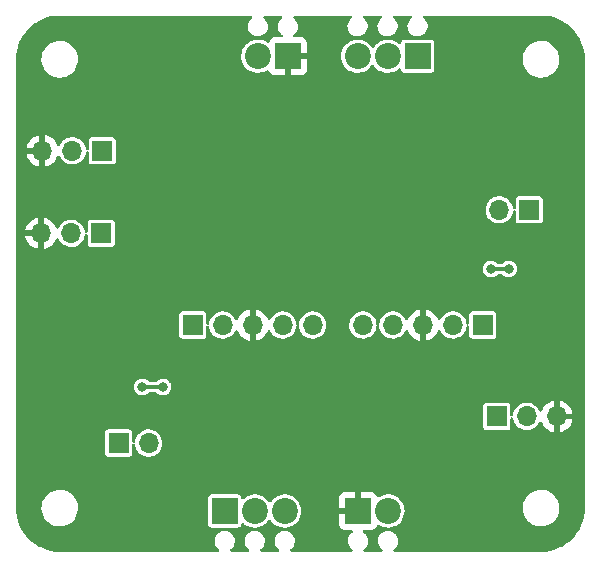
<source format=gbr>
%TF.GenerationSoftware,KiCad,Pcbnew,(6.0.8)*%
%TF.CreationDate,2023-04-06T01:33:44-05:00*%
%TF.ProjectId,ArmPCB_fixed_mosfet_pins,41726d50-4342-45f6-9669-7865645f6d6f,rev?*%
%TF.SameCoordinates,Original*%
%TF.FileFunction,Copper,L2,Bot*%
%TF.FilePolarity,Positive*%
%FSLAX46Y46*%
G04 Gerber Fmt 4.6, Leading zero omitted, Abs format (unit mm)*
G04 Created by KiCad (PCBNEW (6.0.8)) date 2023-04-06 01:33:44*
%MOMM*%
%LPD*%
G01*
G04 APERTURE LIST*
%TA.AperFunction,ComponentPad*%
%ADD10R,1.700000X1.700000*%
%TD*%
%TA.AperFunction,ComponentPad*%
%ADD11O,1.700000X1.700000*%
%TD*%
%TA.AperFunction,ComponentPad*%
%ADD12R,2.200000X2.200000*%
%TD*%
%TA.AperFunction,ComponentPad*%
%ADD13C,2.200000*%
%TD*%
%TA.AperFunction,ViaPad*%
%ADD14C,0.800000*%
%TD*%
%TA.AperFunction,ViaPad*%
%ADD15C,0.700000*%
%TD*%
%TA.AperFunction,Conductor*%
%ADD16C,0.300000*%
%TD*%
G04 APERTURE END LIST*
D10*
%TO.P,J5,1,Pin_1*%
%TO.N,S1*%
X117000000Y-92750000D03*
D11*
%TO.P,J5,2,Pin_2*%
%TO.N,5V*%
X119540000Y-92750000D03*
%TO.P,J5,3,Pin_3*%
%TO.N,GND*%
X122080000Y-92750000D03*
%TD*%
D12*
%TO.P,J8,1,Pin_1*%
%TO.N,GND*%
X99310000Y-62250000D03*
D13*
%TO.P,J8,2,Pin_2*%
%TO.N,+5V*%
X96770000Y-62250000D03*
%TD*%
D12*
%TO.P,J1,1,Pin_1*%
%TO.N,GND*%
X105250000Y-100750000D03*
D13*
%TO.P,J1,2,Pin_2*%
%TO.N,5V*%
X107790000Y-100750000D03*
%TD*%
D10*
%TO.P,J3,1,Pin_1*%
%TO.N,MCLR1*%
X115825000Y-85000000D03*
D11*
%TO.P,J3,2,Pin_2*%
%TO.N,+3.3V*%
X113285000Y-85000000D03*
%TO.P,J3,3,Pin_3*%
%TO.N,GND*%
X110745000Y-85000000D03*
%TO.P,J3,4,Pin_4*%
%TO.N,DATA1*%
X108205000Y-85000000D03*
%TO.P,J3,5,Pin_5*%
%TO.N,CLK1*%
X105665000Y-85000000D03*
%TD*%
D12*
%TO.P,J9,1,Pin_1*%
%TO.N,RA4*%
X110290000Y-62250000D03*
D13*
%TO.P,J9,2,Pin_2*%
%TO.N,RA5*%
X107750000Y-62250000D03*
%TO.P,J9,3,Pin_3*%
%TO.N,+3.3V*%
X105210000Y-62250000D03*
%TD*%
D10*
%TO.P,J7,1,Pin_1*%
%TO.N,S3*%
X83605000Y-70250000D03*
D11*
%TO.P,J7,2,Pin_2*%
%TO.N,+5V*%
X81065000Y-70250000D03*
%TO.P,J7,3,Pin_3*%
%TO.N,GND*%
X78525000Y-70250000D03*
%TD*%
D10*
%TO.P,J4,1,Pin_1*%
%TO.N,MCLR2*%
X91250000Y-85000000D03*
D11*
%TO.P,J4,2,Pin_2*%
%TO.N,3.3V*%
X93790000Y-85000000D03*
%TO.P,J4,3,Pin_3*%
%TO.N,GND*%
X96330000Y-85000000D03*
%TO.P,J4,4,Pin_4*%
%TO.N,DATA2*%
X98870000Y-85000000D03*
%TO.P,J4,5,Pin_5*%
%TO.N,CLK2*%
X101410000Y-85000000D03*
%TD*%
D12*
%TO.P,J2,1,Pin_1*%
%TO.N,RA4_2*%
X93960000Y-100750000D03*
D13*
%TO.P,J2,2,Pin_2*%
%TO.N,RA5_2*%
X96500000Y-100750000D03*
%TO.P,J2,3,Pin_3*%
%TO.N,3.3V*%
X99040000Y-100750000D03*
%TD*%
D10*
%TO.P,JP1,1,A*%
%TO.N,Net-(C2-Pad1)*%
X119750000Y-75250000D03*
D11*
%TO.P,JP1,2,B*%
%TO.N,Net-(JP1-Pad2)*%
X117210000Y-75250000D03*
%TD*%
D10*
%TO.P,JP2,1,A*%
%TO.N,Net-(C3-Pad1)*%
X84975000Y-95000000D03*
D11*
%TO.P,JP2,2,B*%
%TO.N,Net-(JP2-Pad2)*%
X87515000Y-95000000D03*
%TD*%
D10*
%TO.P,J6,1,Pin_1*%
%TO.N,S2*%
X83500000Y-77250000D03*
D11*
%TO.P,J6,2,Pin_2*%
%TO.N,+5V*%
X80960000Y-77250000D03*
%TO.P,J6,3,Pin_3*%
%TO.N,GND*%
X78420000Y-77250000D03*
%TD*%
D14*
%TO.N,+3.3V*%
X116500000Y-80250000D03*
X118000000Y-80250000D03*
D15*
%TO.N,GND*%
X123750000Y-76500000D03*
D14*
X107500000Y-81750000D03*
X81000000Y-94000000D03*
X96000000Y-90000000D03*
%TO.N,3.3V*%
X88750000Y-90250000D03*
X87000000Y-90250000D03*
%TD*%
D16*
%TO.N,+3.3V*%
X118000000Y-80250000D02*
X116500000Y-80250000D01*
%TO.N,3.3V*%
X87000000Y-90250000D02*
X88750000Y-90250000D01*
%TD*%
%TA.AperFunction,Conductor*%
%TO.N,GND*%
G36*
X96252990Y-58820185D02*
G01*
X96298745Y-58872989D01*
X96308689Y-58942147D01*
X96279664Y-59005703D01*
X96260922Y-59023269D01*
X96258511Y-59025099D01*
X96252756Y-59028557D01*
X96118493Y-59155524D01*
X96014625Y-59308360D01*
X95946000Y-59479935D01*
X95944904Y-59486558D01*
X95944903Y-59486560D01*
X95920061Y-59636623D01*
X95915819Y-59662244D01*
X95925490Y-59846781D01*
X95974562Y-60024936D01*
X95977694Y-60030876D01*
X96044693Y-60157950D01*
X96060746Y-60188398D01*
X96065077Y-60193523D01*
X96065079Y-60193526D01*
X96175687Y-60324413D01*
X96180020Y-60329540D01*
X96326820Y-60441777D01*
X96332907Y-60444616D01*
X96332908Y-60444616D01*
X96488214Y-60517037D01*
X96488218Y-60517039D01*
X96494297Y-60519873D01*
X96500845Y-60521337D01*
X96500846Y-60521337D01*
X96669674Y-60559074D01*
X96669678Y-60559075D01*
X96674637Y-60560183D01*
X96680307Y-60560500D01*
X96816164Y-60560500D01*
X96953709Y-60545558D01*
X97128848Y-60486617D01*
X97287244Y-60391443D01*
X97421507Y-60264476D01*
X97525375Y-60111640D01*
X97594000Y-59940065D01*
X97595097Y-59933440D01*
X97623084Y-59764384D01*
X97623084Y-59764382D01*
X97624181Y-59757756D01*
X97614510Y-59573219D01*
X97565438Y-59395064D01*
X97479254Y-59231602D01*
X97414964Y-59155524D01*
X97364313Y-59095587D01*
X97364311Y-59095585D01*
X97359980Y-59090460D01*
X97271755Y-59023007D01*
X97230454Y-58966652D01*
X97226178Y-58896913D01*
X97260284Y-58835933D01*
X97321944Y-58803072D01*
X97347070Y-58800500D01*
X98725951Y-58800500D01*
X98792990Y-58820185D01*
X98838745Y-58872989D01*
X98848689Y-58942147D01*
X98819664Y-59005703D01*
X98800922Y-59023269D01*
X98798511Y-59025099D01*
X98792756Y-59028557D01*
X98658493Y-59155524D01*
X98554625Y-59308360D01*
X98486000Y-59479935D01*
X98484904Y-59486558D01*
X98484903Y-59486560D01*
X98460061Y-59636623D01*
X98455819Y-59662244D01*
X98465490Y-59846781D01*
X98514562Y-60024936D01*
X98517694Y-60030876D01*
X98584693Y-60157950D01*
X98600746Y-60188398D01*
X98605077Y-60193523D01*
X98605079Y-60193526D01*
X98715687Y-60324413D01*
X98720020Y-60329540D01*
X98725354Y-60333618D01*
X98848137Y-60427493D01*
X98889438Y-60483849D01*
X98893714Y-60553587D01*
X98859608Y-60614567D01*
X98797948Y-60647428D01*
X98772822Y-60650000D01*
X98166028Y-60650000D01*
X98159331Y-60650363D01*
X98109256Y-60655803D01*
X98094247Y-60659371D01*
X97975689Y-60703817D01*
X97960354Y-60712212D01*
X97859876Y-60787516D01*
X97847516Y-60799876D01*
X97772212Y-60900354D01*
X97763817Y-60915689D01*
X97726175Y-61016098D01*
X97684211Y-61071962D01*
X97618706Y-61096270D01*
X97550457Y-61081304D01*
X97548379Y-61080047D01*
X97547681Y-61079496D01*
X97394523Y-60994948D01*
X97350520Y-60970657D01*
X97350517Y-60970656D01*
X97346065Y-60968198D01*
X97170885Y-60906163D01*
X97133779Y-60893023D01*
X97133778Y-60893023D01*
X97128978Y-60891323D01*
X97074575Y-60881632D01*
X96907260Y-60851829D01*
X96907255Y-60851829D01*
X96902250Y-60850937D01*
X96811875Y-60849833D01*
X96677061Y-60848185D01*
X96677059Y-60848185D01*
X96671971Y-60848123D01*
X96666942Y-60848893D01*
X96666936Y-60848893D01*
X96536950Y-60868784D01*
X96444325Y-60882958D01*
X96225424Y-60954506D01*
X96220910Y-60956856D01*
X96025664Y-61058494D01*
X96025658Y-61058498D01*
X96021149Y-61060845D01*
X95956602Y-61109308D01*
X95848986Y-61190108D01*
X95836984Y-61199119D01*
X95833469Y-61202798D01*
X95833466Y-61202800D01*
X95805518Y-61232046D01*
X95677877Y-61365616D01*
X95675015Y-61369812D01*
X95675011Y-61369817D01*
X95659495Y-61392563D01*
X95548099Y-61555863D01*
X95545957Y-61560477D01*
X95545955Y-61560481D01*
X95464404Y-61736168D01*
X95451136Y-61764752D01*
X95449774Y-61769662D01*
X95449774Y-61769663D01*
X95396275Y-61962576D01*
X95389592Y-61986673D01*
X95389052Y-61991728D01*
X95389051Y-61991732D01*
X95386970Y-62011206D01*
X95365119Y-62215665D01*
X95378376Y-62445580D01*
X95429006Y-62670242D01*
X95515649Y-62883618D01*
X95518311Y-62887962D01*
X95633317Y-63075635D01*
X95633321Y-63075640D01*
X95635979Y-63079978D01*
X95639311Y-63083824D01*
X95639312Y-63083826D01*
X95715802Y-63172128D01*
X95786763Y-63254048D01*
X95790673Y-63257294D01*
X95790677Y-63257298D01*
X95870253Y-63323363D01*
X95963953Y-63401154D01*
X96082787Y-63470595D01*
X96154826Y-63512691D01*
X96162790Y-63517345D01*
X96167543Y-63519160D01*
X96167545Y-63519161D01*
X96198064Y-63530815D01*
X96377934Y-63599501D01*
X96382920Y-63600515D01*
X96382922Y-63600516D01*
X96412758Y-63606586D01*
X96603607Y-63645414D01*
X96742309Y-63650500D01*
X96828670Y-63653667D01*
X96828673Y-63653667D01*
X96833749Y-63653853D01*
X97062178Y-63624591D01*
X97136675Y-63602241D01*
X97277892Y-63559874D01*
X97277895Y-63559873D01*
X97282761Y-63558413D01*
X97287324Y-63556177D01*
X97287328Y-63556176D01*
X97468555Y-63467393D01*
X97489574Y-63457096D01*
X97528478Y-63429346D01*
X97536886Y-63423349D01*
X97602895Y-63400445D01*
X97670808Y-63416864D01*
X97719064Y-63467393D01*
X97725002Y-63480773D01*
X97763817Y-63584311D01*
X97772212Y-63599646D01*
X97847516Y-63700124D01*
X97859876Y-63712484D01*
X97960354Y-63787788D01*
X97975689Y-63796183D01*
X98094247Y-63840629D01*
X98109256Y-63844197D01*
X98159331Y-63849637D01*
X98166028Y-63850000D01*
X99042170Y-63850000D01*
X99057169Y-63845596D01*
X99058356Y-63844226D01*
X99060000Y-63836668D01*
X99060000Y-63832170D01*
X99560000Y-63832170D01*
X99564404Y-63847169D01*
X99565774Y-63848356D01*
X99573332Y-63850000D01*
X100453972Y-63850000D01*
X100460669Y-63849637D01*
X100510744Y-63844197D01*
X100525753Y-63840629D01*
X100644311Y-63796183D01*
X100659646Y-63787788D01*
X100760124Y-63712484D01*
X100772484Y-63700124D01*
X100847788Y-63599646D01*
X100856183Y-63584311D01*
X100900629Y-63465753D01*
X100904197Y-63450744D01*
X100909637Y-63400669D01*
X100910000Y-63393972D01*
X100910000Y-62517830D01*
X100905596Y-62502831D01*
X100904226Y-62501644D01*
X100896668Y-62500000D01*
X99577830Y-62500000D01*
X99562831Y-62504404D01*
X99561644Y-62505774D01*
X99560000Y-62513332D01*
X99560000Y-63832170D01*
X99060000Y-63832170D01*
X99060000Y-62215665D01*
X103805119Y-62215665D01*
X103818376Y-62445580D01*
X103869006Y-62670242D01*
X103955649Y-62883618D01*
X103958311Y-62887962D01*
X104073317Y-63075635D01*
X104073321Y-63075640D01*
X104075979Y-63079978D01*
X104079311Y-63083824D01*
X104079312Y-63083826D01*
X104155802Y-63172128D01*
X104226763Y-63254048D01*
X104230673Y-63257294D01*
X104230677Y-63257298D01*
X104310253Y-63323363D01*
X104403953Y-63401154D01*
X104522787Y-63470595D01*
X104594826Y-63512691D01*
X104602790Y-63517345D01*
X104607543Y-63519160D01*
X104607545Y-63519161D01*
X104638064Y-63530815D01*
X104817934Y-63599501D01*
X104822920Y-63600515D01*
X104822922Y-63600516D01*
X104852758Y-63606586D01*
X105043607Y-63645414D01*
X105182309Y-63650500D01*
X105268670Y-63653667D01*
X105268673Y-63653667D01*
X105273749Y-63653853D01*
X105502178Y-63624591D01*
X105576675Y-63602241D01*
X105717892Y-63559874D01*
X105717895Y-63559873D01*
X105722761Y-63558413D01*
X105727324Y-63556177D01*
X105727328Y-63556176D01*
X105908555Y-63467393D01*
X105929574Y-63457096D01*
X106117062Y-63323363D01*
X106280190Y-63160803D01*
X106379248Y-63022949D01*
X106434351Y-62979996D01*
X106503932Y-62973652D01*
X106565897Y-63005934D01*
X106585671Y-63030520D01*
X106615979Y-63079978D01*
X106619311Y-63083824D01*
X106619312Y-63083826D01*
X106695802Y-63172128D01*
X106766763Y-63254048D01*
X106770673Y-63257294D01*
X106770677Y-63257298D01*
X106850253Y-63323363D01*
X106943953Y-63401154D01*
X107062787Y-63470595D01*
X107134826Y-63512691D01*
X107142790Y-63517345D01*
X107147543Y-63519160D01*
X107147545Y-63519161D01*
X107178064Y-63530815D01*
X107357934Y-63599501D01*
X107362920Y-63600515D01*
X107362922Y-63600516D01*
X107392758Y-63606586D01*
X107583607Y-63645414D01*
X107722309Y-63650500D01*
X107808670Y-63653667D01*
X107808673Y-63653667D01*
X107813749Y-63653853D01*
X108042178Y-63624591D01*
X108116675Y-63602241D01*
X108257892Y-63559874D01*
X108257895Y-63559873D01*
X108262761Y-63558413D01*
X108267324Y-63556177D01*
X108267328Y-63556176D01*
X108448555Y-63467393D01*
X108469574Y-63457096D01*
X108657062Y-63323363D01*
X108677972Y-63302526D01*
X108739354Y-63269148D01*
X108809037Y-63274254D01*
X108864897Y-63316223D01*
X108889199Y-63381730D01*
X108889500Y-63390360D01*
X108889500Y-63394646D01*
X108889935Y-63398300D01*
X108889935Y-63398302D01*
X108890526Y-63403266D01*
X108892618Y-63420846D01*
X108938061Y-63523153D01*
X109017287Y-63602241D01*
X109027758Y-63606870D01*
X109027759Y-63606871D01*
X109111147Y-63643737D01*
X109111149Y-63643738D01*
X109119673Y-63647506D01*
X109145354Y-63650500D01*
X111434646Y-63650500D01*
X111438300Y-63650065D01*
X111438302Y-63650065D01*
X111443266Y-63649474D01*
X111460846Y-63647382D01*
X111563153Y-63601939D01*
X111642241Y-63522713D01*
X111661864Y-63478327D01*
X111683737Y-63428853D01*
X111683738Y-63428851D01*
X111687506Y-63420327D01*
X111690500Y-63394646D01*
X111690500Y-62554288D01*
X119195404Y-62554288D01*
X119224081Y-62802140D01*
X119292017Y-63042219D01*
X119294123Y-63046736D01*
X119294124Y-63046738D01*
X119389001Y-63250203D01*
X119397462Y-63268348D01*
X119537706Y-63474710D01*
X119541124Y-63478324D01*
X119541126Y-63478327D01*
X119705716Y-63652376D01*
X119705720Y-63652380D01*
X119709138Y-63655994D01*
X119713091Y-63659016D01*
X119713094Y-63659019D01*
X119826302Y-63745573D01*
X119907349Y-63807538D01*
X119911738Y-63809892D01*
X119911739Y-63809892D01*
X120122852Y-63923091D01*
X120122855Y-63923092D01*
X120127239Y-63925443D01*
X120363152Y-64006674D01*
X120368054Y-64007521D01*
X120368055Y-64007521D01*
X120435739Y-64019212D01*
X120609017Y-64049142D01*
X120612901Y-64049318D01*
X120612907Y-64049319D01*
X120623439Y-64049797D01*
X120638922Y-64050500D01*
X120812691Y-64050500D01*
X120815148Y-64050302D01*
X120815156Y-64050302D01*
X120920009Y-64041865D01*
X120998702Y-64035534D01*
X121241006Y-63976018D01*
X121470677Y-63878529D01*
X121681808Y-63745573D01*
X121868965Y-63580572D01*
X122027334Y-63387770D01*
X122152840Y-63172128D01*
X122242255Y-62939195D01*
X122293278Y-62694961D01*
X122304596Y-62445712D01*
X122275919Y-62197860D01*
X122207983Y-61957781D01*
X122145399Y-61823567D01*
X122104644Y-61736168D01*
X122104643Y-61736166D01*
X122102538Y-61731652D01*
X121962294Y-61525290D01*
X121958874Y-61521673D01*
X121794284Y-61347624D01*
X121794280Y-61347620D01*
X121790862Y-61344006D01*
X121786909Y-61340984D01*
X121786906Y-61340981D01*
X121596608Y-61195487D01*
X121596605Y-61195485D01*
X121592651Y-61192462D01*
X121465206Y-61124126D01*
X121377148Y-61076909D01*
X121377145Y-61076908D01*
X121372761Y-61074557D01*
X121136848Y-60993326D01*
X121131946Y-60992479D01*
X121131945Y-60992479D01*
X121064261Y-60980788D01*
X120890983Y-60950858D01*
X120887099Y-60950682D01*
X120887093Y-60950681D01*
X120876561Y-60950203D01*
X120861078Y-60949500D01*
X120687309Y-60949500D01*
X120684852Y-60949698D01*
X120684844Y-60949698D01*
X120579991Y-60958135D01*
X120501298Y-60964466D01*
X120317662Y-61009572D01*
X120291092Y-61016098D01*
X120258994Y-61023982D01*
X120029323Y-61121471D01*
X120025107Y-61124126D01*
X119853733Y-61232046D01*
X119818192Y-61254427D01*
X119631035Y-61419428D01*
X119472666Y-61612230D01*
X119347160Y-61827872D01*
X119257745Y-62060805D01*
X119206722Y-62305039D01*
X119195404Y-62554288D01*
X111690500Y-62554288D01*
X111690500Y-61105354D01*
X111687382Y-61079154D01*
X111641939Y-60976847D01*
X111562713Y-60897759D01*
X111552242Y-60893130D01*
X111552241Y-60893129D01*
X111468853Y-60856263D01*
X111468851Y-60856262D01*
X111460327Y-60852494D01*
X111434646Y-60849500D01*
X109145354Y-60849500D01*
X109141700Y-60849935D01*
X109141698Y-60849935D01*
X109136734Y-60850526D01*
X109119154Y-60852618D01*
X109016847Y-60898061D01*
X108937759Y-60977287D01*
X108933130Y-60987758D01*
X108933129Y-60987759D01*
X108899467Y-61063901D01*
X108892494Y-61079673D01*
X108889500Y-61105354D01*
X108889500Y-61109308D01*
X108889474Y-61109397D01*
X108889291Y-61112544D01*
X108888562Y-61112502D01*
X108869815Y-61176347D01*
X108817011Y-61222102D01*
X108747853Y-61232046D01*
X108688648Y-61206621D01*
X108527681Y-61079496D01*
X108523235Y-61077042D01*
X108523231Y-61077039D01*
X108330520Y-60970657D01*
X108330517Y-60970656D01*
X108326065Y-60968198D01*
X108150885Y-60906163D01*
X108113779Y-60893023D01*
X108113778Y-60893023D01*
X108108978Y-60891323D01*
X108054575Y-60881632D01*
X107887260Y-60851829D01*
X107887255Y-60851829D01*
X107882250Y-60850937D01*
X107791875Y-60849833D01*
X107657061Y-60848185D01*
X107657059Y-60848185D01*
X107651971Y-60848123D01*
X107646942Y-60848893D01*
X107646936Y-60848893D01*
X107516950Y-60868784D01*
X107424325Y-60882958D01*
X107205424Y-60954506D01*
X107200910Y-60956856D01*
X107005664Y-61058494D01*
X107005658Y-61058498D01*
X107001149Y-61060845D01*
X106936602Y-61109308D01*
X106828986Y-61190108D01*
X106816984Y-61199119D01*
X106813469Y-61202798D01*
X106813466Y-61202800D01*
X106785518Y-61232046D01*
X106657877Y-61365616D01*
X106582435Y-61476210D01*
X106528395Y-61520498D01*
X106458990Y-61528539D01*
X106396255Y-61497781D01*
X106375886Y-61473686D01*
X106326167Y-61396832D01*
X106326165Y-61396830D01*
X106323405Y-61392563D01*
X106168412Y-61222229D01*
X106164427Y-61219082D01*
X106164424Y-61219079D01*
X106020423Y-61105354D01*
X105987681Y-61079496D01*
X105983235Y-61077042D01*
X105983231Y-61077039D01*
X105790520Y-60970657D01*
X105790517Y-60970656D01*
X105786065Y-60968198D01*
X105610885Y-60906163D01*
X105573779Y-60893023D01*
X105573778Y-60893023D01*
X105568978Y-60891323D01*
X105514575Y-60881632D01*
X105347260Y-60851829D01*
X105347255Y-60851829D01*
X105342250Y-60850937D01*
X105251875Y-60849833D01*
X105117061Y-60848185D01*
X105117059Y-60848185D01*
X105111971Y-60848123D01*
X105106942Y-60848893D01*
X105106936Y-60848893D01*
X104976950Y-60868784D01*
X104884325Y-60882958D01*
X104665424Y-60954506D01*
X104660910Y-60956856D01*
X104465664Y-61058494D01*
X104465658Y-61058498D01*
X104461149Y-61060845D01*
X104396602Y-61109308D01*
X104288986Y-61190108D01*
X104276984Y-61199119D01*
X104273469Y-61202798D01*
X104273466Y-61202800D01*
X104245518Y-61232046D01*
X104117877Y-61365616D01*
X104115015Y-61369812D01*
X104115011Y-61369817D01*
X104099495Y-61392563D01*
X103988099Y-61555863D01*
X103985957Y-61560477D01*
X103985955Y-61560481D01*
X103904404Y-61736168D01*
X103891136Y-61764752D01*
X103889774Y-61769662D01*
X103889774Y-61769663D01*
X103836275Y-61962576D01*
X103829592Y-61986673D01*
X103829052Y-61991728D01*
X103829051Y-61991732D01*
X103826970Y-62011206D01*
X103805119Y-62215665D01*
X99060000Y-62215665D01*
X99060000Y-62124000D01*
X99079685Y-62056961D01*
X99132489Y-62011206D01*
X99184000Y-62000000D01*
X100892170Y-62000000D01*
X100907169Y-61995596D01*
X100908356Y-61994226D01*
X100910000Y-61986668D01*
X100910000Y-61106028D01*
X100909637Y-61099331D01*
X100904197Y-61049256D01*
X100900629Y-61034247D01*
X100856183Y-60915689D01*
X100847788Y-60900354D01*
X100772484Y-60799876D01*
X100760124Y-60787516D01*
X100659646Y-60712212D01*
X100644311Y-60703817D01*
X100525753Y-60659371D01*
X100510744Y-60655803D01*
X100460669Y-60650363D01*
X100453972Y-60650000D01*
X99844063Y-60650000D01*
X99777024Y-60630315D01*
X99731269Y-60577511D01*
X99721325Y-60508353D01*
X99750350Y-60444797D01*
X99780198Y-60419711D01*
X99821492Y-60394899D01*
X99827244Y-60391443D01*
X99961507Y-60264476D01*
X100065375Y-60111640D01*
X100134000Y-59940065D01*
X100135097Y-59933440D01*
X100163084Y-59764384D01*
X100163084Y-59764382D01*
X100164181Y-59757756D01*
X100154510Y-59573219D01*
X100105438Y-59395064D01*
X100019254Y-59231602D01*
X99954964Y-59155524D01*
X99904313Y-59095587D01*
X99904311Y-59095585D01*
X99899980Y-59090460D01*
X99811755Y-59023007D01*
X99770454Y-58966652D01*
X99766178Y-58896913D01*
X99800284Y-58835933D01*
X99861944Y-58803072D01*
X99887070Y-58800500D01*
X104625951Y-58800500D01*
X104692990Y-58820185D01*
X104738745Y-58872989D01*
X104748689Y-58942147D01*
X104719664Y-59005703D01*
X104700922Y-59023269D01*
X104698511Y-59025099D01*
X104692756Y-59028557D01*
X104558493Y-59155524D01*
X104454625Y-59308360D01*
X104386000Y-59479935D01*
X104384904Y-59486558D01*
X104384903Y-59486560D01*
X104360061Y-59636623D01*
X104355819Y-59662244D01*
X104365490Y-59846781D01*
X104414562Y-60024936D01*
X104417694Y-60030876D01*
X104484693Y-60157950D01*
X104500746Y-60188398D01*
X104505077Y-60193523D01*
X104505079Y-60193526D01*
X104615687Y-60324413D01*
X104620020Y-60329540D01*
X104766820Y-60441777D01*
X104772907Y-60444616D01*
X104772908Y-60444616D01*
X104928214Y-60517037D01*
X104928218Y-60517039D01*
X104934297Y-60519873D01*
X104940845Y-60521337D01*
X104940846Y-60521337D01*
X105109674Y-60559074D01*
X105109678Y-60559075D01*
X105114637Y-60560183D01*
X105120307Y-60560500D01*
X105256164Y-60560500D01*
X105393709Y-60545558D01*
X105568848Y-60486617D01*
X105727244Y-60391443D01*
X105861507Y-60264476D01*
X105965375Y-60111640D01*
X106034000Y-59940065D01*
X106035097Y-59933440D01*
X106063084Y-59764384D01*
X106063084Y-59764382D01*
X106064181Y-59757756D01*
X106054510Y-59573219D01*
X106005438Y-59395064D01*
X105919254Y-59231602D01*
X105854964Y-59155524D01*
X105804313Y-59095587D01*
X105804311Y-59095585D01*
X105799980Y-59090460D01*
X105711755Y-59023007D01*
X105670454Y-58966652D01*
X105666178Y-58896913D01*
X105700284Y-58835933D01*
X105761944Y-58803072D01*
X105787070Y-58800500D01*
X107165951Y-58800500D01*
X107232990Y-58820185D01*
X107278745Y-58872989D01*
X107288689Y-58942147D01*
X107259664Y-59005703D01*
X107240922Y-59023269D01*
X107238511Y-59025099D01*
X107232756Y-59028557D01*
X107098493Y-59155524D01*
X106994625Y-59308360D01*
X106926000Y-59479935D01*
X106924904Y-59486558D01*
X106924903Y-59486560D01*
X106900061Y-59636623D01*
X106895819Y-59662244D01*
X106905490Y-59846781D01*
X106954562Y-60024936D01*
X106957694Y-60030876D01*
X107024693Y-60157950D01*
X107040746Y-60188398D01*
X107045077Y-60193523D01*
X107045079Y-60193526D01*
X107155687Y-60324413D01*
X107160020Y-60329540D01*
X107306820Y-60441777D01*
X107312907Y-60444616D01*
X107312908Y-60444616D01*
X107468214Y-60517037D01*
X107468218Y-60517039D01*
X107474297Y-60519873D01*
X107480845Y-60521337D01*
X107480846Y-60521337D01*
X107649674Y-60559074D01*
X107649678Y-60559075D01*
X107654637Y-60560183D01*
X107660307Y-60560500D01*
X107796164Y-60560500D01*
X107933709Y-60545558D01*
X108108848Y-60486617D01*
X108267244Y-60391443D01*
X108401507Y-60264476D01*
X108505375Y-60111640D01*
X108574000Y-59940065D01*
X108575097Y-59933440D01*
X108603084Y-59764384D01*
X108603084Y-59764382D01*
X108604181Y-59757756D01*
X108594510Y-59573219D01*
X108545438Y-59395064D01*
X108459254Y-59231602D01*
X108394964Y-59155524D01*
X108344313Y-59095587D01*
X108344311Y-59095585D01*
X108339980Y-59090460D01*
X108251755Y-59023007D01*
X108210454Y-58966652D01*
X108206178Y-58896913D01*
X108240284Y-58835933D01*
X108301944Y-58803072D01*
X108327070Y-58800500D01*
X109705951Y-58800500D01*
X109772990Y-58820185D01*
X109818745Y-58872989D01*
X109828689Y-58942147D01*
X109799664Y-59005703D01*
X109780922Y-59023269D01*
X109778511Y-59025099D01*
X109772756Y-59028557D01*
X109638493Y-59155524D01*
X109534625Y-59308360D01*
X109466000Y-59479935D01*
X109464904Y-59486558D01*
X109464903Y-59486560D01*
X109440061Y-59636623D01*
X109435819Y-59662244D01*
X109445490Y-59846781D01*
X109494562Y-60024936D01*
X109497694Y-60030876D01*
X109564693Y-60157950D01*
X109580746Y-60188398D01*
X109585077Y-60193523D01*
X109585079Y-60193526D01*
X109695687Y-60324413D01*
X109700020Y-60329540D01*
X109846820Y-60441777D01*
X109852907Y-60444616D01*
X109852908Y-60444616D01*
X110008214Y-60517037D01*
X110008218Y-60517039D01*
X110014297Y-60519873D01*
X110020845Y-60521337D01*
X110020846Y-60521337D01*
X110189674Y-60559074D01*
X110189678Y-60559075D01*
X110194637Y-60560183D01*
X110200307Y-60560500D01*
X110336164Y-60560500D01*
X110473709Y-60545558D01*
X110648848Y-60486617D01*
X110807244Y-60391443D01*
X110941507Y-60264476D01*
X111045375Y-60111640D01*
X111114000Y-59940065D01*
X111115097Y-59933440D01*
X111143084Y-59764384D01*
X111143084Y-59764382D01*
X111144181Y-59757756D01*
X111134510Y-59573219D01*
X111085438Y-59395064D01*
X110999254Y-59231602D01*
X110934964Y-59155524D01*
X110884313Y-59095587D01*
X110884311Y-59095585D01*
X110879980Y-59090460D01*
X110791755Y-59023007D01*
X110750454Y-58966652D01*
X110746178Y-58896913D01*
X110780284Y-58835933D01*
X110841944Y-58803072D01*
X110867070Y-58800500D01*
X120712861Y-58800500D01*
X120734391Y-58802384D01*
X120750000Y-58805136D01*
X120760684Y-58803252D01*
X120767609Y-58803252D01*
X120784466Y-58802193D01*
X121106534Y-58818015D01*
X121118639Y-58819208D01*
X121465721Y-58870693D01*
X121477636Y-58873063D01*
X121818008Y-58958321D01*
X121829644Y-58961851D01*
X122160000Y-59080055D01*
X122171235Y-59084708D01*
X122311207Y-59150910D01*
X122488430Y-59234730D01*
X122499162Y-59240467D01*
X122800102Y-59420844D01*
X122810220Y-59427604D01*
X123092050Y-59636623D01*
X123101456Y-59644343D01*
X123361428Y-59879967D01*
X123370033Y-59888572D01*
X123605657Y-60148544D01*
X123613377Y-60157950D01*
X123822396Y-60439780D01*
X123829156Y-60449898D01*
X124009533Y-60750838D01*
X124015270Y-60761570D01*
X124079683Y-60897759D01*
X124164476Y-61077039D01*
X124165290Y-61078761D01*
X124169945Y-61090000D01*
X124252904Y-61321855D01*
X124288148Y-61420354D01*
X124291679Y-61431992D01*
X124376937Y-61772364D01*
X124379307Y-61784279D01*
X124430792Y-62131358D01*
X124431985Y-62143466D01*
X124447807Y-62465533D01*
X124446748Y-62482391D01*
X124446748Y-62489316D01*
X124444864Y-62500000D01*
X124446748Y-62510683D01*
X124447616Y-62515606D01*
X124449500Y-62537139D01*
X124449500Y-100462861D01*
X124447616Y-100484391D01*
X124444864Y-100500000D01*
X124446748Y-100510684D01*
X124446748Y-100517609D01*
X124447807Y-100534466D01*
X124434422Y-100806934D01*
X124431985Y-100856531D01*
X124430792Y-100868639D01*
X124385136Y-101176433D01*
X124379309Y-101215713D01*
X124376937Y-101227636D01*
X124291681Y-101568001D01*
X124288149Y-101579644D01*
X124172191Y-101903724D01*
X124169946Y-101909997D01*
X124165292Y-101921235D01*
X124111044Y-102035933D01*
X124015270Y-102238430D01*
X124009533Y-102249162D01*
X123829156Y-102550102D01*
X123822396Y-102560220D01*
X123613377Y-102842050D01*
X123605657Y-102851456D01*
X123370033Y-103111428D01*
X123361428Y-103120033D01*
X123101456Y-103355657D01*
X123092050Y-103363377D01*
X122810220Y-103572396D01*
X122800102Y-103579156D01*
X122499162Y-103759533D01*
X122488430Y-103765270D01*
X122332702Y-103838924D01*
X122171235Y-103915292D01*
X122160000Y-103919945D01*
X121843061Y-104033348D01*
X121829646Y-104038148D01*
X121818008Y-104041679D01*
X121477636Y-104126937D01*
X121465721Y-104129307D01*
X121118639Y-104180792D01*
X121106534Y-104181985D01*
X120784466Y-104197807D01*
X120767609Y-104196748D01*
X120760684Y-104196748D01*
X120750000Y-104194864D01*
X120734391Y-104197616D01*
X120712861Y-104199500D01*
X108374049Y-104199500D01*
X108307010Y-104179815D01*
X108261255Y-104127011D01*
X108251311Y-104057853D01*
X108280336Y-103994297D01*
X108299078Y-103976731D01*
X108301489Y-103974901D01*
X108307244Y-103971443D01*
X108441507Y-103844476D01*
X108545375Y-103691640D01*
X108614000Y-103520065D01*
X108633823Y-103400323D01*
X108643084Y-103344384D01*
X108643084Y-103344382D01*
X108644181Y-103337756D01*
X108634510Y-103153219D01*
X108585438Y-102975064D01*
X108517885Y-102846938D01*
X108502386Y-102817542D01*
X108502385Y-102817541D01*
X108499254Y-102811602D01*
X108434964Y-102735524D01*
X108384313Y-102675587D01*
X108384311Y-102675585D01*
X108379980Y-102670460D01*
X108233180Y-102558223D01*
X108137021Y-102513383D01*
X108071786Y-102482963D01*
X108071782Y-102482961D01*
X108065703Y-102480127D01*
X108059155Y-102478663D01*
X108059154Y-102478663D01*
X107890326Y-102440926D01*
X107890322Y-102440925D01*
X107885363Y-102439817D01*
X107879693Y-102439500D01*
X107743836Y-102439500D01*
X107606291Y-102454442D01*
X107431152Y-102513383D01*
X107272756Y-102608557D01*
X107138493Y-102735524D01*
X107034625Y-102888360D01*
X106966000Y-103059935D01*
X106964904Y-103066558D01*
X106964903Y-103066560D01*
X106960295Y-103094399D01*
X106935819Y-103242244D01*
X106945490Y-103426781D01*
X106994562Y-103604936D01*
X107080746Y-103768398D01*
X107085077Y-103773523D01*
X107085079Y-103773526D01*
X107195687Y-103904413D01*
X107200020Y-103909540D01*
X107234025Y-103935539D01*
X107288245Y-103976993D01*
X107329546Y-104033348D01*
X107333822Y-104103087D01*
X107299716Y-104164067D01*
X107238056Y-104196928D01*
X107212930Y-104199500D01*
X105834049Y-104199500D01*
X105767010Y-104179815D01*
X105721255Y-104127011D01*
X105711311Y-104057853D01*
X105740336Y-103994297D01*
X105759078Y-103976731D01*
X105761489Y-103974901D01*
X105767244Y-103971443D01*
X105901507Y-103844476D01*
X106005375Y-103691640D01*
X106074000Y-103520065D01*
X106093823Y-103400323D01*
X106103084Y-103344384D01*
X106103084Y-103344382D01*
X106104181Y-103337756D01*
X106094510Y-103153219D01*
X106045438Y-102975064D01*
X105977885Y-102846938D01*
X105962386Y-102817542D01*
X105962385Y-102817541D01*
X105959254Y-102811602D01*
X105894964Y-102735524D01*
X105844313Y-102675587D01*
X105844311Y-102675585D01*
X105839980Y-102670460D01*
X105785563Y-102628855D01*
X105711863Y-102572507D01*
X105670562Y-102516151D01*
X105666286Y-102446413D01*
X105700392Y-102385433D01*
X105762052Y-102352572D01*
X105787178Y-102350000D01*
X106393972Y-102350000D01*
X106400669Y-102349637D01*
X106450744Y-102344197D01*
X106465753Y-102340629D01*
X106584311Y-102296183D01*
X106599646Y-102287788D01*
X106700124Y-102212484D01*
X106712484Y-102200124D01*
X106787788Y-102099646D01*
X106796180Y-102084317D01*
X106834603Y-101981822D01*
X106876568Y-101925958D01*
X106942073Y-101901650D01*
X107013274Y-101918288D01*
X107174826Y-102012691D01*
X107182790Y-102017345D01*
X107187543Y-102019160D01*
X107187545Y-102019161D01*
X107218064Y-102030815D01*
X107397934Y-102099501D01*
X107402920Y-102100515D01*
X107402922Y-102100516D01*
X107432758Y-102106586D01*
X107623607Y-102145414D01*
X107762309Y-102150500D01*
X107848670Y-102153667D01*
X107848673Y-102153667D01*
X107853749Y-102153853D01*
X108082178Y-102124591D01*
X108156675Y-102102241D01*
X108297892Y-102059874D01*
X108297895Y-102059873D01*
X108302761Y-102058413D01*
X108307324Y-102056177D01*
X108307328Y-102056176D01*
X108459102Y-101981822D01*
X108509574Y-101957096D01*
X108697062Y-101823363D01*
X108860190Y-101660803D01*
X108994577Y-101473783D01*
X109096615Y-101267325D01*
X109163563Y-101046975D01*
X109186072Y-100876000D01*
X109193191Y-100821924D01*
X109193191Y-100821921D01*
X109193622Y-100818649D01*
X109193909Y-100806934D01*
X109195219Y-100753308D01*
X109195300Y-100750000D01*
X109179210Y-100554288D01*
X119195404Y-100554288D01*
X119195976Y-100559231D01*
X119195976Y-100559233D01*
X119217667Y-100746701D01*
X119224081Y-100802140D01*
X119292017Y-101042219D01*
X119294123Y-101046736D01*
X119294124Y-101046738D01*
X119395356Y-101263832D01*
X119397462Y-101268348D01*
X119537706Y-101474710D01*
X119541124Y-101478324D01*
X119541126Y-101478327D01*
X119705716Y-101652376D01*
X119705720Y-101652380D01*
X119709138Y-101655994D01*
X119713091Y-101659016D01*
X119713094Y-101659019D01*
X119903392Y-101804513D01*
X119907349Y-101807538D01*
X119911738Y-101809892D01*
X119911739Y-101809892D01*
X120122852Y-101923091D01*
X120122855Y-101923092D01*
X120127239Y-101925443D01*
X120363152Y-102006674D01*
X120368054Y-102007521D01*
X120368055Y-102007521D01*
X120424931Y-102017345D01*
X120609017Y-102049142D01*
X120612901Y-102049318D01*
X120612907Y-102049319D01*
X120623439Y-102049797D01*
X120638922Y-102050500D01*
X120812691Y-102050500D01*
X120815148Y-102050302D01*
X120815156Y-102050302D01*
X120920009Y-102041865D01*
X120998702Y-102035534D01*
X121241006Y-101976018D01*
X121470677Y-101878529D01*
X121681808Y-101745573D01*
X121868965Y-101580572D01*
X122027334Y-101387770D01*
X122152840Y-101172128D01*
X122242255Y-100939195D01*
X122293278Y-100694961D01*
X122304596Y-100445712D01*
X122275919Y-100197860D01*
X122207983Y-99957781D01*
X122145399Y-99823567D01*
X122104644Y-99736168D01*
X122104643Y-99736166D01*
X122102538Y-99731652D01*
X121962294Y-99525290D01*
X121958874Y-99521673D01*
X121794284Y-99347624D01*
X121794280Y-99347620D01*
X121790862Y-99344006D01*
X121786909Y-99340984D01*
X121786906Y-99340981D01*
X121596608Y-99195487D01*
X121596605Y-99195485D01*
X121592651Y-99192462D01*
X121546713Y-99167830D01*
X121377148Y-99076909D01*
X121377145Y-99076908D01*
X121372761Y-99074557D01*
X121136848Y-98993326D01*
X121131946Y-98992479D01*
X121131945Y-98992479D01*
X121064261Y-98980788D01*
X120890983Y-98950858D01*
X120887099Y-98950682D01*
X120887093Y-98950681D01*
X120876561Y-98950203D01*
X120861078Y-98949500D01*
X120687309Y-98949500D01*
X120684852Y-98949698D01*
X120684844Y-98949698D01*
X120579991Y-98958135D01*
X120501298Y-98964466D01*
X120258994Y-99023982D01*
X120029323Y-99121471D01*
X119818192Y-99254427D01*
X119631035Y-99419428D01*
X119472666Y-99612230D01*
X119347160Y-99827872D01*
X119257745Y-100060805D01*
X119206722Y-100305039D01*
X119195404Y-100554288D01*
X109179210Y-100554288D01*
X109176430Y-100520478D01*
X109120326Y-100297120D01*
X109028496Y-100085924D01*
X109025736Y-100081658D01*
X109025733Y-100081652D01*
X108906167Y-99896832D01*
X108906165Y-99896830D01*
X108903405Y-99892563D01*
X108748412Y-99722229D01*
X108744427Y-99719082D01*
X108744424Y-99719079D01*
X108600423Y-99605354D01*
X108567681Y-99579496D01*
X108563235Y-99577042D01*
X108563231Y-99577039D01*
X108370520Y-99470657D01*
X108370517Y-99470656D01*
X108366065Y-99468198D01*
X108190885Y-99406163D01*
X108153779Y-99393023D01*
X108153778Y-99393023D01*
X108148978Y-99391323D01*
X108094575Y-99381632D01*
X107927260Y-99351829D01*
X107927255Y-99351829D01*
X107922250Y-99350937D01*
X107831875Y-99349833D01*
X107697061Y-99348185D01*
X107697059Y-99348185D01*
X107691971Y-99348123D01*
X107686942Y-99348893D01*
X107686936Y-99348893D01*
X107556950Y-99368784D01*
X107464325Y-99382958D01*
X107245424Y-99454506D01*
X107240910Y-99456856D01*
X107045664Y-99558494D01*
X107045658Y-99558498D01*
X107041149Y-99560845D01*
X107028085Y-99570654D01*
X107024884Y-99573057D01*
X106959454Y-99597568D01*
X106891160Y-99582814D01*
X106841684Y-99533480D01*
X106834322Y-99517424D01*
X106796183Y-99415689D01*
X106787788Y-99400354D01*
X106712484Y-99299876D01*
X106700124Y-99287516D01*
X106599646Y-99212212D01*
X106584311Y-99203817D01*
X106465753Y-99159371D01*
X106450744Y-99155803D01*
X106400669Y-99150363D01*
X106393972Y-99150000D01*
X105517830Y-99150000D01*
X105502831Y-99154404D01*
X105501644Y-99155774D01*
X105500000Y-99163332D01*
X105500000Y-100876000D01*
X105480315Y-100943039D01*
X105427511Y-100988794D01*
X105376000Y-101000000D01*
X103667830Y-101000000D01*
X103652831Y-101004404D01*
X103651644Y-101005774D01*
X103650000Y-101013332D01*
X103650000Y-101893972D01*
X103650363Y-101900669D01*
X103655803Y-101950744D01*
X103659371Y-101965753D01*
X103703817Y-102084311D01*
X103712212Y-102099646D01*
X103787516Y-102200124D01*
X103799876Y-102212484D01*
X103900354Y-102287788D01*
X103915689Y-102296183D01*
X104034247Y-102340629D01*
X104049256Y-102344197D01*
X104099331Y-102349637D01*
X104106028Y-102350000D01*
X104715937Y-102350000D01*
X104782976Y-102369685D01*
X104828731Y-102422489D01*
X104838675Y-102491647D01*
X104809650Y-102555203D01*
X104779802Y-102580289D01*
X104732756Y-102608557D01*
X104598493Y-102735524D01*
X104494625Y-102888360D01*
X104426000Y-103059935D01*
X104424904Y-103066558D01*
X104424903Y-103066560D01*
X104420295Y-103094399D01*
X104395819Y-103242244D01*
X104405490Y-103426781D01*
X104454562Y-103604936D01*
X104540746Y-103768398D01*
X104545077Y-103773523D01*
X104545079Y-103773526D01*
X104655687Y-103904413D01*
X104660020Y-103909540D01*
X104694025Y-103935539D01*
X104748245Y-103976993D01*
X104789546Y-104033348D01*
X104793822Y-104103087D01*
X104759716Y-104164067D01*
X104698056Y-104196928D01*
X104672930Y-104199500D01*
X99624049Y-104199500D01*
X99557010Y-104179815D01*
X99511255Y-104127011D01*
X99501311Y-104057853D01*
X99530336Y-103994297D01*
X99549078Y-103976731D01*
X99551489Y-103974901D01*
X99557244Y-103971443D01*
X99691507Y-103844476D01*
X99795375Y-103691640D01*
X99864000Y-103520065D01*
X99883823Y-103400323D01*
X99893084Y-103344384D01*
X99893084Y-103344382D01*
X99894181Y-103337756D01*
X99884510Y-103153219D01*
X99835438Y-102975064D01*
X99767885Y-102846938D01*
X99752386Y-102817542D01*
X99752385Y-102817541D01*
X99749254Y-102811602D01*
X99684964Y-102735524D01*
X99634313Y-102675587D01*
X99634311Y-102675585D01*
X99629980Y-102670460D01*
X99483180Y-102558223D01*
X99387021Y-102513383D01*
X99321786Y-102482963D01*
X99321782Y-102482961D01*
X99315703Y-102480127D01*
X99309155Y-102478663D01*
X99309154Y-102478663D01*
X99140326Y-102440926D01*
X99140322Y-102440925D01*
X99135363Y-102439817D01*
X99129693Y-102439500D01*
X98993836Y-102439500D01*
X98856291Y-102454442D01*
X98681152Y-102513383D01*
X98522756Y-102608557D01*
X98388493Y-102735524D01*
X98284625Y-102888360D01*
X98216000Y-103059935D01*
X98214904Y-103066558D01*
X98214903Y-103066560D01*
X98210295Y-103094399D01*
X98185819Y-103242244D01*
X98195490Y-103426781D01*
X98244562Y-103604936D01*
X98330746Y-103768398D01*
X98335077Y-103773523D01*
X98335079Y-103773526D01*
X98445687Y-103904413D01*
X98450020Y-103909540D01*
X98484025Y-103935539D01*
X98538245Y-103976993D01*
X98579546Y-104033348D01*
X98583822Y-104103087D01*
X98549716Y-104164067D01*
X98488056Y-104196928D01*
X98462930Y-104199500D01*
X97084049Y-104199500D01*
X97017010Y-104179815D01*
X96971255Y-104127011D01*
X96961311Y-104057853D01*
X96990336Y-103994297D01*
X97009078Y-103976731D01*
X97011489Y-103974901D01*
X97017244Y-103971443D01*
X97151507Y-103844476D01*
X97255375Y-103691640D01*
X97324000Y-103520065D01*
X97343823Y-103400323D01*
X97353084Y-103344384D01*
X97353084Y-103344382D01*
X97354181Y-103337756D01*
X97344510Y-103153219D01*
X97295438Y-102975064D01*
X97227885Y-102846938D01*
X97212386Y-102817542D01*
X97212385Y-102817541D01*
X97209254Y-102811602D01*
X97144964Y-102735524D01*
X97094313Y-102675587D01*
X97094311Y-102675585D01*
X97089980Y-102670460D01*
X96943180Y-102558223D01*
X96847021Y-102513383D01*
X96781786Y-102482963D01*
X96781782Y-102482961D01*
X96775703Y-102480127D01*
X96769155Y-102478663D01*
X96769154Y-102478663D01*
X96600326Y-102440926D01*
X96600322Y-102440925D01*
X96595363Y-102439817D01*
X96589693Y-102439500D01*
X96453836Y-102439500D01*
X96316291Y-102454442D01*
X96141152Y-102513383D01*
X95982756Y-102608557D01*
X95848493Y-102735524D01*
X95744625Y-102888360D01*
X95676000Y-103059935D01*
X95674904Y-103066558D01*
X95674903Y-103066560D01*
X95670295Y-103094399D01*
X95645819Y-103242244D01*
X95655490Y-103426781D01*
X95704562Y-103604936D01*
X95790746Y-103768398D01*
X95795077Y-103773523D01*
X95795079Y-103773526D01*
X95905687Y-103904413D01*
X95910020Y-103909540D01*
X95944025Y-103935539D01*
X95998245Y-103976993D01*
X96039546Y-104033348D01*
X96043822Y-104103087D01*
X96009716Y-104164067D01*
X95948056Y-104196928D01*
X95922930Y-104199500D01*
X94544049Y-104199500D01*
X94477010Y-104179815D01*
X94431255Y-104127011D01*
X94421311Y-104057853D01*
X94450336Y-103994297D01*
X94469078Y-103976731D01*
X94471489Y-103974901D01*
X94477244Y-103971443D01*
X94611507Y-103844476D01*
X94715375Y-103691640D01*
X94784000Y-103520065D01*
X94803823Y-103400323D01*
X94813084Y-103344384D01*
X94813084Y-103344382D01*
X94814181Y-103337756D01*
X94804510Y-103153219D01*
X94755438Y-102975064D01*
X94687885Y-102846938D01*
X94672386Y-102817542D01*
X94672385Y-102817541D01*
X94669254Y-102811602D01*
X94604964Y-102735524D01*
X94554313Y-102675587D01*
X94554311Y-102675585D01*
X94549980Y-102670460D01*
X94403180Y-102558223D01*
X94307021Y-102513383D01*
X94241786Y-102482963D01*
X94241782Y-102482961D01*
X94235703Y-102480127D01*
X94229155Y-102478663D01*
X94229154Y-102478663D01*
X94060326Y-102440926D01*
X94060322Y-102440925D01*
X94055363Y-102439817D01*
X94049693Y-102439500D01*
X93913836Y-102439500D01*
X93776291Y-102454442D01*
X93601152Y-102513383D01*
X93442756Y-102608557D01*
X93308493Y-102735524D01*
X93204625Y-102888360D01*
X93136000Y-103059935D01*
X93134904Y-103066558D01*
X93134903Y-103066560D01*
X93130295Y-103094399D01*
X93105819Y-103242244D01*
X93115490Y-103426781D01*
X93164562Y-103604936D01*
X93250746Y-103768398D01*
X93255077Y-103773523D01*
X93255079Y-103773526D01*
X93365687Y-103904413D01*
X93370020Y-103909540D01*
X93404025Y-103935539D01*
X93458245Y-103976993D01*
X93499546Y-104033348D01*
X93503822Y-104103087D01*
X93469716Y-104164067D01*
X93408056Y-104196928D01*
X93382930Y-104199500D01*
X80037139Y-104199500D01*
X80015609Y-104197616D01*
X80000000Y-104194864D01*
X79989316Y-104196748D01*
X79982391Y-104196748D01*
X79965534Y-104197807D01*
X79643466Y-104181985D01*
X79631361Y-104180792D01*
X79284279Y-104129307D01*
X79272364Y-104126937D01*
X78931992Y-104041679D01*
X78920354Y-104038148D01*
X78906939Y-104033348D01*
X78590000Y-103919945D01*
X78578765Y-103915292D01*
X78417298Y-103838924D01*
X78261570Y-103765270D01*
X78250838Y-103759533D01*
X77949898Y-103579156D01*
X77939780Y-103572396D01*
X77657950Y-103363377D01*
X77648544Y-103355657D01*
X77388572Y-103120033D01*
X77379967Y-103111428D01*
X77144343Y-102851456D01*
X77136623Y-102842050D01*
X76927604Y-102560220D01*
X76920844Y-102550102D01*
X76740467Y-102249162D01*
X76734730Y-102238430D01*
X76638956Y-102035933D01*
X76584708Y-101921235D01*
X76580054Y-101909997D01*
X76577810Y-101903724D01*
X76461851Y-101579644D01*
X76458319Y-101568001D01*
X76373063Y-101227636D01*
X76370691Y-101215713D01*
X76364865Y-101176433D01*
X76319208Y-100868639D01*
X76318015Y-100856531D01*
X76315579Y-100806934D01*
X76303167Y-100554288D01*
X78445404Y-100554288D01*
X78445976Y-100559231D01*
X78445976Y-100559233D01*
X78467667Y-100746701D01*
X78474081Y-100802140D01*
X78542017Y-101042219D01*
X78544123Y-101046736D01*
X78544124Y-101046738D01*
X78645356Y-101263832D01*
X78647462Y-101268348D01*
X78787706Y-101474710D01*
X78791124Y-101478324D01*
X78791126Y-101478327D01*
X78955716Y-101652376D01*
X78955720Y-101652380D01*
X78959138Y-101655994D01*
X78963091Y-101659016D01*
X78963094Y-101659019D01*
X79153392Y-101804513D01*
X79157349Y-101807538D01*
X79161738Y-101809892D01*
X79161739Y-101809892D01*
X79372852Y-101923091D01*
X79372855Y-101923092D01*
X79377239Y-101925443D01*
X79613152Y-102006674D01*
X79618054Y-102007521D01*
X79618055Y-102007521D01*
X79674931Y-102017345D01*
X79859017Y-102049142D01*
X79862901Y-102049318D01*
X79862907Y-102049319D01*
X79873439Y-102049797D01*
X79888922Y-102050500D01*
X80062691Y-102050500D01*
X80065148Y-102050302D01*
X80065156Y-102050302D01*
X80170009Y-102041865D01*
X80248702Y-102035534D01*
X80491006Y-101976018D01*
X80682708Y-101894646D01*
X92559500Y-101894646D01*
X92559935Y-101898300D01*
X92559935Y-101898302D01*
X92560526Y-101903266D01*
X92562618Y-101920846D01*
X92608061Y-102023153D01*
X92687287Y-102102241D01*
X92697758Y-102106870D01*
X92697759Y-102106871D01*
X92781147Y-102143737D01*
X92781149Y-102143738D01*
X92789673Y-102147506D01*
X92815354Y-102150500D01*
X95104646Y-102150500D01*
X95108300Y-102150065D01*
X95108302Y-102150065D01*
X95113266Y-102149474D01*
X95130846Y-102147382D01*
X95233153Y-102101939D01*
X95312241Y-102022713D01*
X95316871Y-102012241D01*
X95353737Y-101928853D01*
X95353738Y-101928851D01*
X95357506Y-101920327D01*
X95360500Y-101894646D01*
X95360500Y-101888428D01*
X95360690Y-101887780D01*
X95360709Y-101887456D01*
X95360784Y-101887460D01*
X95380185Y-101821389D01*
X95432989Y-101775634D01*
X95502147Y-101765690D01*
X95563707Y-101793022D01*
X95600253Y-101823363D01*
X95693953Y-101901154D01*
X95793516Y-101959334D01*
X95884826Y-102012691D01*
X95892790Y-102017345D01*
X95897543Y-102019160D01*
X95897545Y-102019161D01*
X95928064Y-102030815D01*
X96107934Y-102099501D01*
X96112920Y-102100515D01*
X96112922Y-102100516D01*
X96142758Y-102106586D01*
X96333607Y-102145414D01*
X96472309Y-102150500D01*
X96558670Y-102153667D01*
X96558673Y-102153667D01*
X96563749Y-102153853D01*
X96792178Y-102124591D01*
X96866675Y-102102241D01*
X97007892Y-102059874D01*
X97007895Y-102059873D01*
X97012761Y-102058413D01*
X97017324Y-102056177D01*
X97017328Y-102056176D01*
X97169102Y-101981822D01*
X97219574Y-101957096D01*
X97407062Y-101823363D01*
X97570190Y-101660803D01*
X97669248Y-101522949D01*
X97724351Y-101479996D01*
X97793932Y-101473652D01*
X97855897Y-101505934D01*
X97875671Y-101530520D01*
X97905979Y-101579978D01*
X97909311Y-101583824D01*
X97909312Y-101583826D01*
X98049422Y-101745573D01*
X98056763Y-101754048D01*
X98060673Y-101757294D01*
X98060677Y-101757298D01*
X98140253Y-101823363D01*
X98233953Y-101901154D01*
X98333516Y-101959334D01*
X98424826Y-102012691D01*
X98432790Y-102017345D01*
X98437543Y-102019160D01*
X98437545Y-102019161D01*
X98468064Y-102030815D01*
X98647934Y-102099501D01*
X98652920Y-102100515D01*
X98652922Y-102100516D01*
X98682758Y-102106586D01*
X98873607Y-102145414D01*
X99012309Y-102150500D01*
X99098670Y-102153667D01*
X99098673Y-102153667D01*
X99103749Y-102153853D01*
X99332178Y-102124591D01*
X99406675Y-102102241D01*
X99547892Y-102059874D01*
X99547895Y-102059873D01*
X99552761Y-102058413D01*
X99557324Y-102056177D01*
X99557328Y-102056176D01*
X99709102Y-101981822D01*
X99759574Y-101957096D01*
X99947062Y-101823363D01*
X100110190Y-101660803D01*
X100244577Y-101473783D01*
X100346615Y-101267325D01*
X100413563Y-101046975D01*
X100436072Y-100876000D01*
X100443191Y-100821924D01*
X100443191Y-100821921D01*
X100443622Y-100818649D01*
X100443909Y-100806934D01*
X100445219Y-100753308D01*
X100445300Y-100750000D01*
X100426430Y-100520478D01*
X100416808Y-100482170D01*
X103650000Y-100482170D01*
X103654404Y-100497169D01*
X103655774Y-100498356D01*
X103663332Y-100500000D01*
X104982170Y-100500000D01*
X104997169Y-100495596D01*
X104998356Y-100494226D01*
X105000000Y-100486668D01*
X105000000Y-99167830D01*
X104995596Y-99152831D01*
X104994226Y-99151644D01*
X104986668Y-99150000D01*
X104106028Y-99150000D01*
X104099331Y-99150363D01*
X104049256Y-99155803D01*
X104034247Y-99159371D01*
X103915689Y-99203817D01*
X103900354Y-99212212D01*
X103799876Y-99287516D01*
X103787516Y-99299876D01*
X103712212Y-99400354D01*
X103703817Y-99415689D01*
X103659371Y-99534247D01*
X103655803Y-99549256D01*
X103650363Y-99599331D01*
X103650000Y-99606028D01*
X103650000Y-100482170D01*
X100416808Y-100482170D01*
X100370326Y-100297120D01*
X100278496Y-100085924D01*
X100275736Y-100081658D01*
X100275733Y-100081652D01*
X100156167Y-99896832D01*
X100156165Y-99896830D01*
X100153405Y-99892563D01*
X99998412Y-99722229D01*
X99994427Y-99719082D01*
X99994424Y-99719079D01*
X99850423Y-99605354D01*
X99817681Y-99579496D01*
X99813235Y-99577042D01*
X99813231Y-99577039D01*
X99620520Y-99470657D01*
X99620517Y-99470656D01*
X99616065Y-99468198D01*
X99440885Y-99406163D01*
X99403779Y-99393023D01*
X99403778Y-99393023D01*
X99398978Y-99391323D01*
X99344575Y-99381632D01*
X99177260Y-99351829D01*
X99177255Y-99351829D01*
X99172250Y-99350937D01*
X99081875Y-99349833D01*
X98947061Y-99348185D01*
X98947059Y-99348185D01*
X98941971Y-99348123D01*
X98936942Y-99348893D01*
X98936936Y-99348893D01*
X98806950Y-99368784D01*
X98714325Y-99382958D01*
X98495424Y-99454506D01*
X98490910Y-99456856D01*
X98295664Y-99558494D01*
X98295658Y-99558498D01*
X98291149Y-99560845D01*
X98227842Y-99608377D01*
X98138602Y-99675380D01*
X98106984Y-99699119D01*
X98103469Y-99702798D01*
X98103466Y-99702800D01*
X98079829Y-99727535D01*
X97947877Y-99865616D01*
X97872435Y-99976210D01*
X97818395Y-100020498D01*
X97748990Y-100028539D01*
X97686255Y-99997781D01*
X97665886Y-99973686D01*
X97616167Y-99896832D01*
X97616165Y-99896830D01*
X97613405Y-99892563D01*
X97458412Y-99722229D01*
X97454427Y-99719082D01*
X97454424Y-99719079D01*
X97310423Y-99605354D01*
X97277681Y-99579496D01*
X97273235Y-99577042D01*
X97273231Y-99577039D01*
X97080520Y-99470657D01*
X97080517Y-99470656D01*
X97076065Y-99468198D01*
X96900885Y-99406163D01*
X96863779Y-99393023D01*
X96863778Y-99393023D01*
X96858978Y-99391323D01*
X96804575Y-99381632D01*
X96637260Y-99351829D01*
X96637255Y-99351829D01*
X96632250Y-99350937D01*
X96541875Y-99349833D01*
X96407061Y-99348185D01*
X96407059Y-99348185D01*
X96401971Y-99348123D01*
X96396942Y-99348893D01*
X96396936Y-99348893D01*
X96266950Y-99368784D01*
X96174325Y-99382958D01*
X95955424Y-99454506D01*
X95950910Y-99456856D01*
X95755664Y-99558494D01*
X95755658Y-99558498D01*
X95751149Y-99560845D01*
X95566984Y-99699119D01*
X95565900Y-99700254D01*
X95503625Y-99729605D01*
X95434351Y-99720496D01*
X95381000Y-99675380D01*
X95362157Y-99612609D01*
X95360717Y-99612694D01*
X95360500Y-99609034D01*
X95360500Y-99605354D01*
X95357382Y-99579154D01*
X95311939Y-99476847D01*
X95232713Y-99397759D01*
X95222242Y-99393130D01*
X95222241Y-99393129D01*
X95138853Y-99356263D01*
X95138851Y-99356262D01*
X95130327Y-99352494D01*
X95104646Y-99349500D01*
X92815354Y-99349500D01*
X92811700Y-99349935D01*
X92811698Y-99349935D01*
X92806734Y-99350526D01*
X92789154Y-99352618D01*
X92686847Y-99398061D01*
X92607759Y-99477287D01*
X92603130Y-99487758D01*
X92603129Y-99487759D01*
X92569467Y-99563901D01*
X92562494Y-99579673D01*
X92559500Y-99605354D01*
X92559500Y-101894646D01*
X80682708Y-101894646D01*
X80720677Y-101878529D01*
X80931808Y-101745573D01*
X81118965Y-101580572D01*
X81277334Y-101387770D01*
X81402840Y-101172128D01*
X81492255Y-100939195D01*
X81543278Y-100694961D01*
X81554596Y-100445712D01*
X81525919Y-100197860D01*
X81457983Y-99957781D01*
X81395399Y-99823567D01*
X81354644Y-99736168D01*
X81354643Y-99736166D01*
X81352538Y-99731652D01*
X81212294Y-99525290D01*
X81208874Y-99521673D01*
X81044284Y-99347624D01*
X81044280Y-99347620D01*
X81040862Y-99344006D01*
X81036909Y-99340984D01*
X81036906Y-99340981D01*
X80846608Y-99195487D01*
X80846605Y-99195485D01*
X80842651Y-99192462D01*
X80796713Y-99167830D01*
X80627148Y-99076909D01*
X80627145Y-99076908D01*
X80622761Y-99074557D01*
X80386848Y-98993326D01*
X80381946Y-98992479D01*
X80381945Y-98992479D01*
X80314261Y-98980788D01*
X80140983Y-98950858D01*
X80137099Y-98950682D01*
X80137093Y-98950681D01*
X80126561Y-98950203D01*
X80111078Y-98949500D01*
X79937309Y-98949500D01*
X79934852Y-98949698D01*
X79934844Y-98949698D01*
X79829991Y-98958135D01*
X79751298Y-98964466D01*
X79508994Y-99023982D01*
X79279323Y-99121471D01*
X79068192Y-99254427D01*
X78881035Y-99419428D01*
X78722666Y-99612230D01*
X78597160Y-99827872D01*
X78507745Y-100060805D01*
X78456722Y-100305039D01*
X78445404Y-100554288D01*
X76303167Y-100554288D01*
X76302193Y-100534466D01*
X76303252Y-100517609D01*
X76303252Y-100510684D01*
X76305136Y-100500000D01*
X76302384Y-100484391D01*
X76300500Y-100462861D01*
X76300500Y-95894646D01*
X83824500Y-95894646D01*
X83827618Y-95920846D01*
X83873061Y-96023153D01*
X83952287Y-96102241D01*
X83962758Y-96106870D01*
X83962759Y-96106871D01*
X84046147Y-96143737D01*
X84046149Y-96143738D01*
X84054673Y-96147506D01*
X84080354Y-96150500D01*
X85869646Y-96150500D01*
X85873300Y-96150065D01*
X85873302Y-96150065D01*
X85878266Y-96149474D01*
X85895846Y-96147382D01*
X85998153Y-96101939D01*
X86077241Y-96022713D01*
X86122506Y-95920327D01*
X86125500Y-95894646D01*
X86125500Y-95180300D01*
X86145185Y-95113261D01*
X86197989Y-95067506D01*
X86267147Y-95057562D01*
X86330703Y-95086587D01*
X86368477Y-95145365D01*
X86373234Y-95172190D01*
X86373423Y-95175072D01*
X86373425Y-95175082D01*
X86373796Y-95180749D01*
X86425845Y-95385690D01*
X86428219Y-95390841D01*
X86428221Y-95390845D01*
X86466981Y-95474922D01*
X86514369Y-95577714D01*
X86636405Y-95750391D01*
X86787865Y-95897937D01*
X86792588Y-95901093D01*
X86792592Y-95901096D01*
X86863663Y-95948584D01*
X86963677Y-96015411D01*
X87157953Y-96098878D01*
X87193277Y-96106871D01*
X87358638Y-96144289D01*
X87358642Y-96144290D01*
X87364186Y-96145544D01*
X87490315Y-96150500D01*
X87569789Y-96153623D01*
X87569791Y-96153623D01*
X87575470Y-96153846D01*
X87581090Y-96153031D01*
X87581092Y-96153031D01*
X87779103Y-96124320D01*
X87779104Y-96124320D01*
X87784730Y-96123504D01*
X87803588Y-96117103D01*
X87979565Y-96057367D01*
X87979568Y-96057366D01*
X87984955Y-96055537D01*
X87989916Y-96052759D01*
X87989922Y-96052756D01*
X88096530Y-95993052D01*
X88169442Y-95952219D01*
X88207165Y-95920846D01*
X88327645Y-95820644D01*
X88332012Y-95817012D01*
X88335644Y-95812645D01*
X88463584Y-95658813D01*
X88463585Y-95658811D01*
X88467219Y-95654442D01*
X88513078Y-95572556D01*
X88567756Y-95474922D01*
X88567759Y-95474916D01*
X88570537Y-95469955D01*
X88601009Y-95380189D01*
X88636675Y-95275118D01*
X88638504Y-95269730D01*
X88668846Y-95060470D01*
X88670429Y-95000000D01*
X88651081Y-94789440D01*
X88593686Y-94585931D01*
X88500165Y-94396290D01*
X88373651Y-94226867D01*
X88369481Y-94223012D01*
X88369478Y-94223009D01*
X88305319Y-94163702D01*
X88218381Y-94083337D01*
X88212574Y-94079673D01*
X88044363Y-93973539D01*
X88044361Y-93973538D01*
X88039554Y-93970505D01*
X87843160Y-93892152D01*
X87837579Y-93891042D01*
X87837576Y-93891041D01*
X87739468Y-93871527D01*
X87635775Y-93850901D01*
X87630088Y-93850827D01*
X87630083Y-93850826D01*
X87430034Y-93848207D01*
X87430029Y-93848207D01*
X87424346Y-93848133D01*
X87418742Y-93849096D01*
X87418741Y-93849096D01*
X87221550Y-93882979D01*
X87221547Y-93882980D01*
X87215953Y-93883941D01*
X87017575Y-93957127D01*
X87012697Y-93960029D01*
X87012695Y-93960030D01*
X86840740Y-94062332D01*
X86840737Y-94062334D01*
X86835856Y-94065238D01*
X86676881Y-94204655D01*
X86673362Y-94209119D01*
X86673359Y-94209122D01*
X86655782Y-94231419D01*
X86545976Y-94370708D01*
X86447523Y-94557836D01*
X86384820Y-94759773D01*
X86384152Y-94765418D01*
X86384151Y-94765422D01*
X86372640Y-94862681D01*
X86345213Y-94926942D01*
X86287397Y-94966173D01*
X86217549Y-94967919D01*
X86157845Y-94931625D01*
X86127241Y-94868814D01*
X86125500Y-94848106D01*
X86125500Y-94105354D01*
X86122382Y-94079154D01*
X86076939Y-93976847D01*
X85997713Y-93897759D01*
X85987242Y-93893130D01*
X85987241Y-93893129D01*
X85903853Y-93856263D01*
X85903851Y-93856262D01*
X85895327Y-93852494D01*
X85869646Y-93849500D01*
X84080354Y-93849500D01*
X84076700Y-93849935D01*
X84076698Y-93849935D01*
X84075035Y-93850133D01*
X84054154Y-93852618D01*
X83951847Y-93898061D01*
X83872759Y-93977287D01*
X83868130Y-93987758D01*
X83868129Y-93987759D01*
X83833876Y-94065238D01*
X83827494Y-94079673D01*
X83824500Y-94105354D01*
X83824500Y-95894646D01*
X76300500Y-95894646D01*
X76300500Y-93644646D01*
X115849500Y-93644646D01*
X115852618Y-93670846D01*
X115898061Y-93773153D01*
X115977287Y-93852241D01*
X115987758Y-93856870D01*
X115987759Y-93856871D01*
X116071147Y-93893737D01*
X116071149Y-93893738D01*
X116079673Y-93897506D01*
X116105354Y-93900500D01*
X117894646Y-93900500D01*
X117898300Y-93900065D01*
X117898302Y-93900065D01*
X117903266Y-93899474D01*
X117920846Y-93897382D01*
X118023153Y-93851939D01*
X118102241Y-93772713D01*
X118147506Y-93670327D01*
X118150500Y-93644646D01*
X118150500Y-92930300D01*
X118170185Y-92863261D01*
X118222989Y-92817506D01*
X118292147Y-92807562D01*
X118355703Y-92836587D01*
X118393477Y-92895365D01*
X118398234Y-92922190D01*
X118398423Y-92925072D01*
X118398425Y-92925082D01*
X118398796Y-92930749D01*
X118450845Y-93135690D01*
X118453219Y-93140841D01*
X118453221Y-93140845D01*
X118490908Y-93222594D01*
X118539369Y-93327714D01*
X118661405Y-93500391D01*
X118812865Y-93647937D01*
X118817588Y-93651093D01*
X118817592Y-93651096D01*
X118888663Y-93698584D01*
X118988677Y-93765411D01*
X119182953Y-93848878D01*
X119218277Y-93856871D01*
X119383638Y-93894289D01*
X119383642Y-93894290D01*
X119389186Y-93895544D01*
X119515315Y-93900500D01*
X119594789Y-93903623D01*
X119594791Y-93903623D01*
X119600470Y-93903846D01*
X119606090Y-93903031D01*
X119606092Y-93903031D01*
X119804103Y-93874320D01*
X119804104Y-93874320D01*
X119809730Y-93873504D01*
X119828588Y-93867103D01*
X120004565Y-93807367D01*
X120004568Y-93807366D01*
X120009955Y-93805537D01*
X120014916Y-93802759D01*
X120014922Y-93802756D01*
X120121530Y-93743052D01*
X120194442Y-93702219D01*
X120232165Y-93670846D01*
X120352645Y-93570644D01*
X120357012Y-93567012D01*
X120360644Y-93562645D01*
X120488584Y-93408813D01*
X120488585Y-93408811D01*
X120492219Y-93404442D01*
X120594059Y-93222594D01*
X120643990Y-93173721D01*
X120712418Y-93159601D01*
X120777617Y-93184717D01*
X120814630Y-93230778D01*
X120904110Y-93422667D01*
X120909508Y-93432017D01*
X121038784Y-93616643D01*
X121045719Y-93624907D01*
X121205091Y-93784279D01*
X121213357Y-93791215D01*
X121397992Y-93920498D01*
X121407324Y-93925886D01*
X121611603Y-94021143D01*
X121621736Y-94024832D01*
X121812779Y-94076022D01*
X121826653Y-94075691D01*
X121830000Y-94067875D01*
X121830000Y-94062806D01*
X122330000Y-94062806D01*
X122333910Y-94076123D01*
X122342326Y-94077333D01*
X122538264Y-94024832D01*
X122548397Y-94021143D01*
X122752676Y-93925886D01*
X122762008Y-93920498D01*
X122946643Y-93791215D01*
X122954909Y-93784279D01*
X123114281Y-93624907D01*
X123121216Y-93616643D01*
X123250492Y-93432017D01*
X123255890Y-93422667D01*
X123351143Y-93218397D01*
X123354832Y-93208264D01*
X123406022Y-93017221D01*
X123405691Y-93003347D01*
X123397875Y-93000000D01*
X122347830Y-93000000D01*
X122332831Y-93004404D01*
X122331644Y-93005774D01*
X122330000Y-93013332D01*
X122330000Y-94062806D01*
X121830000Y-94062806D01*
X121830000Y-92482170D01*
X122330000Y-92482170D01*
X122334404Y-92497169D01*
X122335774Y-92498356D01*
X122343332Y-92500000D01*
X123392806Y-92500000D01*
X123406123Y-92496090D01*
X123407333Y-92487674D01*
X123354832Y-92291736D01*
X123351143Y-92281603D01*
X123255890Y-92077333D01*
X123250492Y-92067983D01*
X123121216Y-91883357D01*
X123114281Y-91875093D01*
X122954909Y-91715721D01*
X122946643Y-91708785D01*
X122762008Y-91579502D01*
X122752676Y-91574114D01*
X122548397Y-91478857D01*
X122538264Y-91475168D01*
X122347221Y-91423978D01*
X122333347Y-91424309D01*
X122330000Y-91432125D01*
X122330000Y-92482170D01*
X121830000Y-92482170D01*
X121830000Y-91437194D01*
X121826090Y-91423877D01*
X121817674Y-91422667D01*
X121621736Y-91475168D01*
X121611603Y-91478857D01*
X121407333Y-91574110D01*
X121397983Y-91579508D01*
X121213357Y-91708784D01*
X121205093Y-91715719D01*
X121045719Y-91875093D01*
X121038784Y-91883357D01*
X120909508Y-92067983D01*
X120904110Y-92077333D01*
X120812664Y-92273438D01*
X120766491Y-92325877D01*
X120699298Y-92345029D01*
X120632417Y-92324813D01*
X120589071Y-92275878D01*
X120525165Y-92146290D01*
X120398651Y-91976867D01*
X120394481Y-91973012D01*
X120394478Y-91973009D01*
X120288552Y-91875093D01*
X120243381Y-91833337D01*
X120237574Y-91829673D01*
X120069363Y-91723539D01*
X120069361Y-91723538D01*
X120064554Y-91720505D01*
X119868160Y-91642152D01*
X119862579Y-91641042D01*
X119862576Y-91641041D01*
X119764468Y-91621527D01*
X119660775Y-91600901D01*
X119655088Y-91600827D01*
X119655083Y-91600826D01*
X119455034Y-91598207D01*
X119455029Y-91598207D01*
X119449346Y-91598133D01*
X119443742Y-91599096D01*
X119443741Y-91599096D01*
X119246550Y-91632979D01*
X119246547Y-91632980D01*
X119240953Y-91633941D01*
X119042575Y-91707127D01*
X119037697Y-91710029D01*
X119037695Y-91710030D01*
X118865740Y-91812332D01*
X118865737Y-91812334D01*
X118860856Y-91815238D01*
X118701881Y-91954655D01*
X118698362Y-91959119D01*
X118698359Y-91959122D01*
X118680782Y-91981419D01*
X118570976Y-92120708D01*
X118472523Y-92307836D01*
X118470837Y-92313267D01*
X118470835Y-92313271D01*
X118466921Y-92325877D01*
X118409820Y-92509773D01*
X118409152Y-92515418D01*
X118409151Y-92515422D01*
X118397640Y-92612681D01*
X118370213Y-92676942D01*
X118312397Y-92716173D01*
X118242549Y-92717919D01*
X118182845Y-92681625D01*
X118152241Y-92618814D01*
X118150500Y-92598106D01*
X118150500Y-91855354D01*
X118147382Y-91829154D01*
X118101939Y-91726847D01*
X118022713Y-91647759D01*
X118012242Y-91643130D01*
X118012241Y-91643129D01*
X117928853Y-91606263D01*
X117928851Y-91606262D01*
X117920327Y-91602494D01*
X117894646Y-91599500D01*
X116105354Y-91599500D01*
X116101700Y-91599935D01*
X116101698Y-91599935D01*
X116096734Y-91600526D01*
X116079154Y-91602618D01*
X115976847Y-91648061D01*
X115897759Y-91727287D01*
X115893130Y-91737758D01*
X115893129Y-91737759D01*
X115858876Y-91815238D01*
X115852494Y-91829673D01*
X115849500Y-91855354D01*
X115849500Y-93644646D01*
X76300500Y-93644646D01*
X76300500Y-90242611D01*
X86294394Y-90242611D01*
X86295214Y-90250039D01*
X86295214Y-90250041D01*
X86296841Y-90264778D01*
X86312999Y-90411135D01*
X86315565Y-90418147D01*
X86315566Y-90418151D01*
X86368697Y-90563336D01*
X86371266Y-90570356D01*
X86375433Y-90576558D01*
X86375435Y-90576561D01*
X86388510Y-90596018D01*
X86465830Y-90711083D01*
X86471360Y-90716115D01*
X86585702Y-90820159D01*
X86585706Y-90820162D01*
X86591233Y-90825191D01*
X86740235Y-90906092D01*
X86835585Y-90931107D01*
X86897005Y-90947220D01*
X86897007Y-90947220D01*
X86904233Y-90949116D01*
X86987178Y-90950419D01*
X87066290Y-90951662D01*
X87066293Y-90951662D01*
X87073760Y-90951779D01*
X87196209Y-90923735D01*
X87231738Y-90915598D01*
X87231739Y-90915598D01*
X87239029Y-90913928D01*
X87314111Y-90876166D01*
X87383820Y-90841106D01*
X87383822Y-90841105D01*
X87390498Y-90837747D01*
X87396180Y-90832894D01*
X87396183Y-90832892D01*
X87516407Y-90730210D01*
X87580168Y-90701639D01*
X87596939Y-90700500D01*
X88156227Y-90700500D01*
X88223266Y-90720185D01*
X88239680Y-90732786D01*
X88335698Y-90820155D01*
X88335700Y-90820157D01*
X88341233Y-90825191D01*
X88490235Y-90906092D01*
X88585585Y-90931107D01*
X88647005Y-90947220D01*
X88647007Y-90947220D01*
X88654233Y-90949116D01*
X88737178Y-90950419D01*
X88816290Y-90951662D01*
X88816293Y-90951662D01*
X88823760Y-90951779D01*
X88946209Y-90923735D01*
X88981738Y-90915598D01*
X88981739Y-90915598D01*
X88989029Y-90913928D01*
X89064111Y-90876166D01*
X89133820Y-90841106D01*
X89133822Y-90841105D01*
X89140498Y-90837747D01*
X89146180Y-90832894D01*
X89146183Y-90832892D01*
X89263741Y-90732487D01*
X89269423Y-90727634D01*
X89368361Y-90589947D01*
X89431601Y-90432634D01*
X89455490Y-90264778D01*
X89455645Y-90250000D01*
X89435276Y-90081680D01*
X89375345Y-89923077D01*
X89366657Y-89910436D01*
X89283549Y-89789513D01*
X89283546Y-89789510D01*
X89279312Y-89783349D01*
X89152721Y-89670560D01*
X89138347Y-89662949D01*
X89009489Y-89594723D01*
X89002881Y-89591224D01*
X88838441Y-89549919D01*
X88752248Y-89549468D01*
X88676368Y-89549070D01*
X88676367Y-89549070D01*
X88668895Y-89549031D01*
X88647235Y-89554231D01*
X88511295Y-89586868D01*
X88511293Y-89586869D01*
X88504032Y-89588612D01*
X88497399Y-89592035D01*
X88497395Y-89592037D01*
X88430465Y-89626583D01*
X88353369Y-89666375D01*
X88236779Y-89768083D01*
X88235794Y-89768942D01*
X88172336Y-89798178D01*
X88154280Y-89799500D01*
X87594667Y-89799500D01*
X87527628Y-89779815D01*
X87512178Y-89768083D01*
X87408303Y-89675533D01*
X87408301Y-89675532D01*
X87402721Y-89670560D01*
X87388347Y-89662949D01*
X87259489Y-89594723D01*
X87252881Y-89591224D01*
X87088441Y-89549919D01*
X87002248Y-89549468D01*
X86926368Y-89549070D01*
X86926367Y-89549070D01*
X86918895Y-89549031D01*
X86897235Y-89554231D01*
X86761295Y-89586868D01*
X86761293Y-89586869D01*
X86754032Y-89588612D01*
X86747399Y-89592035D01*
X86747395Y-89592037D01*
X86680465Y-89626583D01*
X86603369Y-89666375D01*
X86597737Y-89671288D01*
X86485794Y-89768942D01*
X86475604Y-89777831D01*
X86378113Y-89916547D01*
X86316524Y-90074513D01*
X86294394Y-90242611D01*
X76300500Y-90242611D01*
X76300500Y-85894646D01*
X90099500Y-85894646D01*
X90102618Y-85920846D01*
X90148061Y-86023153D01*
X90227287Y-86102241D01*
X90237758Y-86106870D01*
X90237759Y-86106871D01*
X90321147Y-86143737D01*
X90321149Y-86143738D01*
X90329673Y-86147506D01*
X90355354Y-86150500D01*
X92144646Y-86150500D01*
X92148300Y-86150065D01*
X92148302Y-86150065D01*
X92153266Y-86149474D01*
X92170846Y-86147382D01*
X92273153Y-86101939D01*
X92352241Y-86022713D01*
X92397506Y-85920327D01*
X92400500Y-85894646D01*
X92400500Y-85180300D01*
X92420185Y-85113261D01*
X92472989Y-85067506D01*
X92542147Y-85057562D01*
X92605703Y-85086587D01*
X92643477Y-85145365D01*
X92648234Y-85172190D01*
X92648423Y-85175072D01*
X92648425Y-85175082D01*
X92648796Y-85180749D01*
X92700845Y-85385690D01*
X92703219Y-85390841D01*
X92703221Y-85390845D01*
X92740908Y-85472594D01*
X92789369Y-85577714D01*
X92911405Y-85750391D01*
X93062865Y-85897937D01*
X93067588Y-85901093D01*
X93067592Y-85901096D01*
X93138663Y-85948584D01*
X93238677Y-86015411D01*
X93432953Y-86098878D01*
X93468277Y-86106871D01*
X93633638Y-86144289D01*
X93633642Y-86144290D01*
X93639186Y-86145544D01*
X93765315Y-86150500D01*
X93844789Y-86153623D01*
X93844791Y-86153623D01*
X93850470Y-86153846D01*
X93856090Y-86153031D01*
X93856092Y-86153031D01*
X94054103Y-86124320D01*
X94054104Y-86124320D01*
X94059730Y-86123504D01*
X94078588Y-86117103D01*
X94254565Y-86057367D01*
X94254568Y-86057366D01*
X94259955Y-86055537D01*
X94264916Y-86052759D01*
X94264922Y-86052756D01*
X94371530Y-85993052D01*
X94444442Y-85952219D01*
X94482165Y-85920846D01*
X94602645Y-85820644D01*
X94607012Y-85817012D01*
X94610644Y-85812645D01*
X94738584Y-85658813D01*
X94738585Y-85658811D01*
X94742219Y-85654442D01*
X94844059Y-85472594D01*
X94893990Y-85423721D01*
X94962418Y-85409601D01*
X95027617Y-85434717D01*
X95064630Y-85480778D01*
X95154110Y-85672667D01*
X95159508Y-85682017D01*
X95288784Y-85866643D01*
X95295719Y-85874907D01*
X95455091Y-86034279D01*
X95463357Y-86041215D01*
X95647992Y-86170498D01*
X95657324Y-86175886D01*
X95861603Y-86271143D01*
X95871736Y-86274832D01*
X96062779Y-86326022D01*
X96076653Y-86325691D01*
X96080000Y-86317875D01*
X96080000Y-86312806D01*
X96580000Y-86312806D01*
X96583910Y-86326123D01*
X96592326Y-86327333D01*
X96788264Y-86274832D01*
X96798397Y-86271143D01*
X97002676Y-86175886D01*
X97012008Y-86170498D01*
X97196643Y-86041215D01*
X97204909Y-86034279D01*
X97364281Y-85874907D01*
X97371216Y-85866643D01*
X97500492Y-85682017D01*
X97505890Y-85672667D01*
X97597656Y-85475876D01*
X97643829Y-85423437D01*
X97711022Y-85404285D01*
X97777903Y-85424501D01*
X97822648Y-85476368D01*
X97869369Y-85577714D01*
X97991405Y-85750391D01*
X98142865Y-85897937D01*
X98147588Y-85901093D01*
X98147592Y-85901096D01*
X98218663Y-85948584D01*
X98318677Y-86015411D01*
X98512953Y-86098878D01*
X98548277Y-86106871D01*
X98713638Y-86144289D01*
X98713642Y-86144290D01*
X98719186Y-86145544D01*
X98845315Y-86150500D01*
X98924789Y-86153623D01*
X98924791Y-86153623D01*
X98930470Y-86153846D01*
X98936090Y-86153031D01*
X98936092Y-86153031D01*
X99134103Y-86124320D01*
X99134104Y-86124320D01*
X99139730Y-86123504D01*
X99158588Y-86117103D01*
X99334565Y-86057367D01*
X99334568Y-86057366D01*
X99339955Y-86055537D01*
X99344916Y-86052759D01*
X99344922Y-86052756D01*
X99451530Y-85993052D01*
X99524442Y-85952219D01*
X99562165Y-85920846D01*
X99682645Y-85820644D01*
X99687012Y-85817012D01*
X99690644Y-85812645D01*
X99818584Y-85658813D01*
X99818585Y-85658811D01*
X99822219Y-85654442D01*
X99921946Y-85476368D01*
X99922756Y-85474922D01*
X99922759Y-85474916D01*
X99925537Y-85469955D01*
X99941232Y-85423721D01*
X99991675Y-85275118D01*
X99993504Y-85269730D01*
X100006471Y-85180300D01*
X100017820Y-85102033D01*
X100046921Y-85038512D01*
X100100225Y-85004346D01*
X100180974Y-85004346D01*
X100234347Y-85038736D01*
X100263296Y-85102327D01*
X100264271Y-85111707D01*
X100268796Y-85180749D01*
X100320845Y-85385690D01*
X100323219Y-85390841D01*
X100323221Y-85390845D01*
X100360908Y-85472594D01*
X100409369Y-85577714D01*
X100531405Y-85750391D01*
X100682865Y-85897937D01*
X100687588Y-85901093D01*
X100687592Y-85901096D01*
X100758663Y-85948584D01*
X100858677Y-86015411D01*
X101052953Y-86098878D01*
X101088277Y-86106871D01*
X101253638Y-86144289D01*
X101253642Y-86144290D01*
X101259186Y-86145544D01*
X101385315Y-86150500D01*
X101464789Y-86153623D01*
X101464791Y-86153623D01*
X101470470Y-86153846D01*
X101476090Y-86153031D01*
X101476092Y-86153031D01*
X101674103Y-86124320D01*
X101674104Y-86124320D01*
X101679730Y-86123504D01*
X101698588Y-86117103D01*
X101874565Y-86057367D01*
X101874568Y-86057366D01*
X101879955Y-86055537D01*
X101884916Y-86052759D01*
X101884922Y-86052756D01*
X101991530Y-85993052D01*
X102064442Y-85952219D01*
X102102165Y-85920846D01*
X102222645Y-85820644D01*
X102227012Y-85817012D01*
X102230644Y-85812645D01*
X102358584Y-85658813D01*
X102358585Y-85658811D01*
X102362219Y-85654442D01*
X102461946Y-85476368D01*
X102462756Y-85474922D01*
X102462759Y-85474916D01*
X102465537Y-85469955D01*
X102481232Y-85423721D01*
X102531675Y-85275118D01*
X102533504Y-85269730D01*
X102563846Y-85060470D01*
X102565429Y-85000000D01*
X102562650Y-84969754D01*
X104509967Y-84969754D01*
X104510338Y-84975416D01*
X104510338Y-84975420D01*
X104514488Y-85038736D01*
X104523796Y-85180749D01*
X104575845Y-85385690D01*
X104578219Y-85390841D01*
X104578221Y-85390845D01*
X104615908Y-85472594D01*
X104664369Y-85577714D01*
X104786405Y-85750391D01*
X104937865Y-85897937D01*
X104942588Y-85901093D01*
X104942592Y-85901096D01*
X105013663Y-85948584D01*
X105113677Y-86015411D01*
X105307953Y-86098878D01*
X105343277Y-86106871D01*
X105508638Y-86144289D01*
X105508642Y-86144290D01*
X105514186Y-86145544D01*
X105640315Y-86150500D01*
X105719789Y-86153623D01*
X105719791Y-86153623D01*
X105725470Y-86153846D01*
X105731090Y-86153031D01*
X105731092Y-86153031D01*
X105929103Y-86124320D01*
X105929104Y-86124320D01*
X105934730Y-86123504D01*
X105953588Y-86117103D01*
X106129565Y-86057367D01*
X106129568Y-86057366D01*
X106134955Y-86055537D01*
X106139916Y-86052759D01*
X106139922Y-86052756D01*
X106246530Y-85993052D01*
X106319442Y-85952219D01*
X106357165Y-85920846D01*
X106477645Y-85820644D01*
X106482012Y-85817012D01*
X106485644Y-85812645D01*
X106613584Y-85658813D01*
X106613585Y-85658811D01*
X106617219Y-85654442D01*
X106716946Y-85476368D01*
X106717756Y-85474922D01*
X106717759Y-85474916D01*
X106720537Y-85469955D01*
X106736232Y-85423721D01*
X106786675Y-85275118D01*
X106788504Y-85269730D01*
X106801471Y-85180300D01*
X106812820Y-85102033D01*
X106841921Y-85038512D01*
X106895225Y-85004346D01*
X106975974Y-85004346D01*
X107029347Y-85038736D01*
X107058296Y-85102327D01*
X107059271Y-85111707D01*
X107063796Y-85180749D01*
X107115845Y-85385690D01*
X107118219Y-85390841D01*
X107118221Y-85390845D01*
X107155908Y-85472594D01*
X107204369Y-85577714D01*
X107326405Y-85750391D01*
X107477865Y-85897937D01*
X107482588Y-85901093D01*
X107482592Y-85901096D01*
X107553663Y-85948584D01*
X107653677Y-86015411D01*
X107847953Y-86098878D01*
X107883277Y-86106871D01*
X108048638Y-86144289D01*
X108048642Y-86144290D01*
X108054186Y-86145544D01*
X108180315Y-86150500D01*
X108259789Y-86153623D01*
X108259791Y-86153623D01*
X108265470Y-86153846D01*
X108271090Y-86153031D01*
X108271092Y-86153031D01*
X108469103Y-86124320D01*
X108469104Y-86124320D01*
X108474730Y-86123504D01*
X108493588Y-86117103D01*
X108669565Y-86057367D01*
X108669568Y-86057366D01*
X108674955Y-86055537D01*
X108679916Y-86052759D01*
X108679922Y-86052756D01*
X108786530Y-85993052D01*
X108859442Y-85952219D01*
X108897165Y-85920846D01*
X109017645Y-85820644D01*
X109022012Y-85817012D01*
X109025644Y-85812645D01*
X109153584Y-85658813D01*
X109153585Y-85658811D01*
X109157219Y-85654442D01*
X109259059Y-85472594D01*
X109308990Y-85423721D01*
X109377418Y-85409601D01*
X109442617Y-85434717D01*
X109479630Y-85480778D01*
X109569110Y-85672667D01*
X109574508Y-85682017D01*
X109703784Y-85866643D01*
X109710719Y-85874907D01*
X109870091Y-86034279D01*
X109878357Y-86041215D01*
X110062992Y-86170498D01*
X110072324Y-86175886D01*
X110276603Y-86271143D01*
X110286736Y-86274832D01*
X110477779Y-86326022D01*
X110491653Y-86325691D01*
X110495000Y-86317875D01*
X110495000Y-86312806D01*
X110995000Y-86312806D01*
X110998910Y-86326123D01*
X111007326Y-86327333D01*
X111203264Y-86274832D01*
X111213397Y-86271143D01*
X111417676Y-86175886D01*
X111427008Y-86170498D01*
X111611643Y-86041215D01*
X111619909Y-86034279D01*
X111779281Y-85874907D01*
X111786216Y-85866643D01*
X111915492Y-85682017D01*
X111920890Y-85672667D01*
X112012656Y-85475876D01*
X112058829Y-85423437D01*
X112126022Y-85404285D01*
X112192903Y-85424501D01*
X112237648Y-85476368D01*
X112284369Y-85577714D01*
X112406405Y-85750391D01*
X112557865Y-85897937D01*
X112562588Y-85901093D01*
X112562592Y-85901096D01*
X112633663Y-85948584D01*
X112733677Y-86015411D01*
X112927953Y-86098878D01*
X112963277Y-86106871D01*
X113128638Y-86144289D01*
X113128642Y-86144290D01*
X113134186Y-86145544D01*
X113260315Y-86150500D01*
X113339789Y-86153623D01*
X113339791Y-86153623D01*
X113345470Y-86153846D01*
X113351090Y-86153031D01*
X113351092Y-86153031D01*
X113549103Y-86124320D01*
X113549104Y-86124320D01*
X113554730Y-86123504D01*
X113573588Y-86117103D01*
X113749565Y-86057367D01*
X113749568Y-86057366D01*
X113754955Y-86055537D01*
X113759916Y-86052759D01*
X113759922Y-86052756D01*
X113866530Y-85993052D01*
X113939442Y-85952219D01*
X113977165Y-85920846D01*
X114097645Y-85820644D01*
X114102012Y-85817012D01*
X114105644Y-85812645D01*
X114233584Y-85658813D01*
X114233585Y-85658811D01*
X114237219Y-85654442D01*
X114336946Y-85476368D01*
X114337756Y-85474922D01*
X114337759Y-85474916D01*
X114340537Y-85469955D01*
X114356232Y-85423721D01*
X114406675Y-85275118D01*
X114408504Y-85269730D01*
X114421471Y-85180300D01*
X114427783Y-85136769D01*
X114456884Y-85073248D01*
X114515707Y-85035543D01*
X114585577Y-85035627D01*
X114644310Y-85073471D01*
X114673259Y-85137061D01*
X114674500Y-85154562D01*
X114674500Y-85894646D01*
X114677618Y-85920846D01*
X114723061Y-86023153D01*
X114802287Y-86102241D01*
X114812758Y-86106870D01*
X114812759Y-86106871D01*
X114896147Y-86143737D01*
X114896149Y-86143738D01*
X114904673Y-86147506D01*
X114930354Y-86150500D01*
X116719646Y-86150500D01*
X116723300Y-86150065D01*
X116723302Y-86150065D01*
X116728266Y-86149474D01*
X116745846Y-86147382D01*
X116848153Y-86101939D01*
X116927241Y-86022713D01*
X116972506Y-85920327D01*
X116975500Y-85894646D01*
X116975500Y-84105354D01*
X116972382Y-84079154D01*
X116926939Y-83976847D01*
X116847713Y-83897759D01*
X116837242Y-83893130D01*
X116837241Y-83893129D01*
X116753853Y-83856263D01*
X116753851Y-83856262D01*
X116745327Y-83852494D01*
X116719646Y-83849500D01*
X114930354Y-83849500D01*
X114926700Y-83849935D01*
X114926698Y-83849935D01*
X114921734Y-83850526D01*
X114904154Y-83852618D01*
X114801847Y-83898061D01*
X114722759Y-83977287D01*
X114718130Y-83987758D01*
X114718129Y-83987759D01*
X114683876Y-84065238D01*
X114677494Y-84079673D01*
X114674500Y-84105354D01*
X114674500Y-84842727D01*
X114654815Y-84909766D01*
X114602011Y-84955521D01*
X114532853Y-84965465D01*
X114469297Y-84936440D01*
X114431523Y-84877662D01*
X114427020Y-84854073D01*
X114421601Y-84795101D01*
X114421601Y-84795100D01*
X114421081Y-84789440D01*
X114363686Y-84585931D01*
X114270165Y-84396290D01*
X114143651Y-84226867D01*
X114139481Y-84223012D01*
X114139478Y-84223009D01*
X114033552Y-84125093D01*
X113988381Y-84083337D01*
X113982574Y-84079673D01*
X113814363Y-83973539D01*
X113814361Y-83973538D01*
X113809554Y-83970505D01*
X113613160Y-83892152D01*
X113607579Y-83891042D01*
X113607576Y-83891041D01*
X113509468Y-83871527D01*
X113405775Y-83850901D01*
X113400088Y-83850827D01*
X113400083Y-83850826D01*
X113200034Y-83848207D01*
X113200029Y-83848207D01*
X113194346Y-83848133D01*
X113188742Y-83849096D01*
X113188741Y-83849096D01*
X112991550Y-83882979D01*
X112991547Y-83882980D01*
X112985953Y-83883941D01*
X112787575Y-83957127D01*
X112782697Y-83960029D01*
X112782695Y-83960030D01*
X112610740Y-84062332D01*
X112610737Y-84062334D01*
X112605856Y-84065238D01*
X112446881Y-84204655D01*
X112443362Y-84209119D01*
X112443359Y-84209122D01*
X112425782Y-84231419D01*
X112315976Y-84370708D01*
X112313325Y-84375747D01*
X112233685Y-84527117D01*
X112185050Y-84577281D01*
X112117015Y-84593187D01*
X112051181Y-84569786D01*
X112011565Y-84521786D01*
X111920890Y-84327333D01*
X111915492Y-84317983D01*
X111786216Y-84133357D01*
X111779281Y-84125093D01*
X111619909Y-83965721D01*
X111611643Y-83958785D01*
X111427008Y-83829502D01*
X111417676Y-83824114D01*
X111213397Y-83728857D01*
X111203264Y-83725168D01*
X111012221Y-83673978D01*
X110998347Y-83674309D01*
X110995000Y-83682125D01*
X110995000Y-86312806D01*
X110495000Y-86312806D01*
X110495000Y-83687194D01*
X110491090Y-83673877D01*
X110482674Y-83672667D01*
X110286736Y-83725168D01*
X110276603Y-83728857D01*
X110072333Y-83824110D01*
X110062983Y-83829508D01*
X109878357Y-83958784D01*
X109870093Y-83965719D01*
X109710719Y-84125093D01*
X109703784Y-84133357D01*
X109574508Y-84317983D01*
X109569110Y-84327333D01*
X109477664Y-84523438D01*
X109431491Y-84575877D01*
X109364298Y-84595029D01*
X109297417Y-84574813D01*
X109254071Y-84525878D01*
X109190165Y-84396290D01*
X109063651Y-84226867D01*
X109059481Y-84223012D01*
X109059478Y-84223009D01*
X108953552Y-84125093D01*
X108908381Y-84083337D01*
X108902574Y-84079673D01*
X108734363Y-83973539D01*
X108734361Y-83973538D01*
X108729554Y-83970505D01*
X108533160Y-83892152D01*
X108527579Y-83891042D01*
X108527576Y-83891041D01*
X108429468Y-83871527D01*
X108325775Y-83850901D01*
X108320088Y-83850827D01*
X108320083Y-83850826D01*
X108120034Y-83848207D01*
X108120029Y-83848207D01*
X108114346Y-83848133D01*
X108108742Y-83849096D01*
X108108741Y-83849096D01*
X107911550Y-83882979D01*
X107911547Y-83882980D01*
X107905953Y-83883941D01*
X107707575Y-83957127D01*
X107702697Y-83960029D01*
X107702695Y-83960030D01*
X107530740Y-84062332D01*
X107530737Y-84062334D01*
X107525856Y-84065238D01*
X107366881Y-84204655D01*
X107363362Y-84209119D01*
X107363359Y-84209122D01*
X107345782Y-84231419D01*
X107235976Y-84370708D01*
X107137523Y-84557836D01*
X107135837Y-84563267D01*
X107135835Y-84563271D01*
X107131921Y-84575877D01*
X107074820Y-84759773D01*
X107057851Y-84903140D01*
X107030425Y-84967398D01*
X106975974Y-85004346D01*
X106895225Y-85004346D01*
X106895667Y-85004063D01*
X106843057Y-84972081D01*
X106812453Y-84909271D01*
X106811232Y-84899909D01*
X106801601Y-84795100D01*
X106801081Y-84789440D01*
X106743686Y-84585931D01*
X106650165Y-84396290D01*
X106523651Y-84226867D01*
X106519481Y-84223012D01*
X106519478Y-84223009D01*
X106413552Y-84125093D01*
X106368381Y-84083337D01*
X106362574Y-84079673D01*
X106194363Y-83973539D01*
X106194361Y-83973538D01*
X106189554Y-83970505D01*
X105993160Y-83892152D01*
X105987579Y-83891042D01*
X105987576Y-83891041D01*
X105889468Y-83871527D01*
X105785775Y-83850901D01*
X105780088Y-83850827D01*
X105780083Y-83850826D01*
X105580034Y-83848207D01*
X105580029Y-83848207D01*
X105574346Y-83848133D01*
X105568742Y-83849096D01*
X105568741Y-83849096D01*
X105371550Y-83882979D01*
X105371547Y-83882980D01*
X105365953Y-83883941D01*
X105167575Y-83957127D01*
X105162697Y-83960029D01*
X105162695Y-83960030D01*
X104990740Y-84062332D01*
X104990737Y-84062334D01*
X104985856Y-84065238D01*
X104826881Y-84204655D01*
X104823362Y-84209119D01*
X104823359Y-84209122D01*
X104805782Y-84231419D01*
X104695976Y-84370708D01*
X104597523Y-84557836D01*
X104595837Y-84563267D01*
X104595835Y-84563271D01*
X104591921Y-84575877D01*
X104534820Y-84759773D01*
X104534152Y-84765418D01*
X104534151Y-84765422D01*
X104524365Y-84848106D01*
X104509967Y-84969754D01*
X102562650Y-84969754D01*
X102546081Y-84789440D01*
X102488686Y-84585931D01*
X102395165Y-84396290D01*
X102268651Y-84226867D01*
X102264481Y-84223012D01*
X102264478Y-84223009D01*
X102158552Y-84125093D01*
X102113381Y-84083337D01*
X102107574Y-84079673D01*
X101939363Y-83973539D01*
X101939361Y-83973538D01*
X101934554Y-83970505D01*
X101738160Y-83892152D01*
X101732579Y-83891042D01*
X101732576Y-83891041D01*
X101634468Y-83871527D01*
X101530775Y-83850901D01*
X101525088Y-83850827D01*
X101525083Y-83850826D01*
X101325034Y-83848207D01*
X101325029Y-83848207D01*
X101319346Y-83848133D01*
X101313742Y-83849096D01*
X101313741Y-83849096D01*
X101116550Y-83882979D01*
X101116547Y-83882980D01*
X101110953Y-83883941D01*
X100912575Y-83957127D01*
X100907697Y-83960029D01*
X100907695Y-83960030D01*
X100735740Y-84062332D01*
X100735737Y-84062334D01*
X100730856Y-84065238D01*
X100571881Y-84204655D01*
X100568362Y-84209119D01*
X100568359Y-84209122D01*
X100550782Y-84231419D01*
X100440976Y-84370708D01*
X100342523Y-84557836D01*
X100340837Y-84563267D01*
X100340835Y-84563271D01*
X100336921Y-84575877D01*
X100279820Y-84759773D01*
X100262851Y-84903140D01*
X100235425Y-84967398D01*
X100180974Y-85004346D01*
X100100225Y-85004346D01*
X100100667Y-85004063D01*
X100048057Y-84972081D01*
X100017453Y-84909271D01*
X100016232Y-84899909D01*
X100006601Y-84795100D01*
X100006081Y-84789440D01*
X99948686Y-84585931D01*
X99855165Y-84396290D01*
X99728651Y-84226867D01*
X99724481Y-84223012D01*
X99724478Y-84223009D01*
X99618552Y-84125093D01*
X99573381Y-84083337D01*
X99567574Y-84079673D01*
X99399363Y-83973539D01*
X99399361Y-83973538D01*
X99394554Y-83970505D01*
X99198160Y-83892152D01*
X99192579Y-83891042D01*
X99192576Y-83891041D01*
X99094468Y-83871527D01*
X98990775Y-83850901D01*
X98985088Y-83850827D01*
X98985083Y-83850826D01*
X98785034Y-83848207D01*
X98785029Y-83848207D01*
X98779346Y-83848133D01*
X98773742Y-83849096D01*
X98773741Y-83849096D01*
X98576550Y-83882979D01*
X98576547Y-83882980D01*
X98570953Y-83883941D01*
X98372575Y-83957127D01*
X98367697Y-83960029D01*
X98367695Y-83960030D01*
X98195740Y-84062332D01*
X98195737Y-84062334D01*
X98190856Y-84065238D01*
X98031881Y-84204655D01*
X98028362Y-84209119D01*
X98028359Y-84209122D01*
X98010782Y-84231419D01*
X97900976Y-84370708D01*
X97898325Y-84375747D01*
X97818685Y-84527117D01*
X97770050Y-84577281D01*
X97702015Y-84593187D01*
X97636181Y-84569786D01*
X97596565Y-84521786D01*
X97505890Y-84327333D01*
X97500492Y-84317983D01*
X97371216Y-84133357D01*
X97364281Y-84125093D01*
X97204909Y-83965721D01*
X97196643Y-83958785D01*
X97012008Y-83829502D01*
X97002676Y-83824114D01*
X96798397Y-83728857D01*
X96788264Y-83725168D01*
X96597221Y-83673978D01*
X96583347Y-83674309D01*
X96580000Y-83682125D01*
X96580000Y-86312806D01*
X96080000Y-86312806D01*
X96080000Y-83687194D01*
X96076090Y-83673877D01*
X96067674Y-83672667D01*
X95871736Y-83725168D01*
X95861603Y-83728857D01*
X95657333Y-83824110D01*
X95647983Y-83829508D01*
X95463357Y-83958784D01*
X95455093Y-83965719D01*
X95295719Y-84125093D01*
X95288784Y-84133357D01*
X95159508Y-84317983D01*
X95154110Y-84327333D01*
X95062664Y-84523438D01*
X95016491Y-84575877D01*
X94949298Y-84595029D01*
X94882417Y-84574813D01*
X94839071Y-84525878D01*
X94775165Y-84396290D01*
X94648651Y-84226867D01*
X94644481Y-84223012D01*
X94644478Y-84223009D01*
X94538552Y-84125093D01*
X94493381Y-84083337D01*
X94487574Y-84079673D01*
X94319363Y-83973539D01*
X94319361Y-83973538D01*
X94314554Y-83970505D01*
X94118160Y-83892152D01*
X94112579Y-83891042D01*
X94112576Y-83891041D01*
X94014468Y-83871527D01*
X93910775Y-83850901D01*
X93905088Y-83850827D01*
X93905083Y-83850826D01*
X93705034Y-83848207D01*
X93705029Y-83848207D01*
X93699346Y-83848133D01*
X93693742Y-83849096D01*
X93693741Y-83849096D01*
X93496550Y-83882979D01*
X93496547Y-83882980D01*
X93490953Y-83883941D01*
X93292575Y-83957127D01*
X93287697Y-83960029D01*
X93287695Y-83960030D01*
X93115740Y-84062332D01*
X93115737Y-84062334D01*
X93110856Y-84065238D01*
X92951881Y-84204655D01*
X92948362Y-84209119D01*
X92948359Y-84209122D01*
X92930782Y-84231419D01*
X92820976Y-84370708D01*
X92722523Y-84557836D01*
X92720837Y-84563267D01*
X92720835Y-84563271D01*
X92716921Y-84575877D01*
X92659820Y-84759773D01*
X92659152Y-84765418D01*
X92659151Y-84765422D01*
X92647640Y-84862681D01*
X92620213Y-84926942D01*
X92562397Y-84966173D01*
X92492549Y-84967919D01*
X92432845Y-84931625D01*
X92402241Y-84868814D01*
X92400500Y-84848106D01*
X92400500Y-84105354D01*
X92397382Y-84079154D01*
X92351939Y-83976847D01*
X92272713Y-83897759D01*
X92262242Y-83893130D01*
X92262241Y-83893129D01*
X92178853Y-83856263D01*
X92178851Y-83856262D01*
X92170327Y-83852494D01*
X92144646Y-83849500D01*
X90355354Y-83849500D01*
X90351700Y-83849935D01*
X90351698Y-83849935D01*
X90346734Y-83850526D01*
X90329154Y-83852618D01*
X90226847Y-83898061D01*
X90147759Y-83977287D01*
X90143130Y-83987758D01*
X90143129Y-83987759D01*
X90108876Y-84065238D01*
X90102494Y-84079673D01*
X90099500Y-84105354D01*
X90099500Y-85894646D01*
X76300500Y-85894646D01*
X76300500Y-80242611D01*
X115794394Y-80242611D01*
X115795214Y-80250039D01*
X115795214Y-80250041D01*
X115796841Y-80264778D01*
X115812999Y-80411135D01*
X115815565Y-80418147D01*
X115815566Y-80418151D01*
X115868697Y-80563336D01*
X115871266Y-80570356D01*
X115875433Y-80576558D01*
X115875435Y-80576561D01*
X115888510Y-80596018D01*
X115965830Y-80711083D01*
X115971360Y-80716115D01*
X116085702Y-80820159D01*
X116085706Y-80820162D01*
X116091233Y-80825191D01*
X116240235Y-80906092D01*
X116335585Y-80931107D01*
X116397005Y-80947220D01*
X116397007Y-80947220D01*
X116404233Y-80949116D01*
X116487178Y-80950419D01*
X116566290Y-80951662D01*
X116566293Y-80951662D01*
X116573760Y-80951779D01*
X116696209Y-80923735D01*
X116731738Y-80915598D01*
X116731739Y-80915598D01*
X116739029Y-80913928D01*
X116814111Y-80876166D01*
X116883820Y-80841106D01*
X116883822Y-80841105D01*
X116890498Y-80837747D01*
X116896180Y-80832894D01*
X116896183Y-80832892D01*
X117016407Y-80730210D01*
X117080168Y-80701639D01*
X117096939Y-80700500D01*
X117406227Y-80700500D01*
X117473266Y-80720185D01*
X117489680Y-80732786D01*
X117585698Y-80820155D01*
X117585700Y-80820157D01*
X117591233Y-80825191D01*
X117740235Y-80906092D01*
X117835585Y-80931107D01*
X117897005Y-80947220D01*
X117897007Y-80947220D01*
X117904233Y-80949116D01*
X117987178Y-80950419D01*
X118066290Y-80951662D01*
X118066293Y-80951662D01*
X118073760Y-80951779D01*
X118196209Y-80923735D01*
X118231738Y-80915598D01*
X118231739Y-80915598D01*
X118239029Y-80913928D01*
X118314111Y-80876166D01*
X118383820Y-80841106D01*
X118383822Y-80841105D01*
X118390498Y-80837747D01*
X118396180Y-80832894D01*
X118396183Y-80832892D01*
X118513741Y-80732487D01*
X118519423Y-80727634D01*
X118618361Y-80589947D01*
X118681601Y-80432634D01*
X118705490Y-80264778D01*
X118705645Y-80250000D01*
X118685276Y-80081680D01*
X118625345Y-79923077D01*
X118616657Y-79910436D01*
X118533549Y-79789513D01*
X118533546Y-79789510D01*
X118529312Y-79783349D01*
X118402721Y-79670560D01*
X118388347Y-79662949D01*
X118259489Y-79594723D01*
X118252881Y-79591224D01*
X118088441Y-79549919D01*
X118002248Y-79549468D01*
X117926368Y-79549070D01*
X117926367Y-79549070D01*
X117918895Y-79549031D01*
X117897235Y-79554231D01*
X117761295Y-79586868D01*
X117761293Y-79586869D01*
X117754032Y-79588612D01*
X117747399Y-79592035D01*
X117747395Y-79592037D01*
X117680465Y-79626583D01*
X117603369Y-79666375D01*
X117486779Y-79768083D01*
X117485794Y-79768942D01*
X117422336Y-79798178D01*
X117404280Y-79799500D01*
X117094667Y-79799500D01*
X117027628Y-79779815D01*
X117012178Y-79768083D01*
X116908303Y-79675533D01*
X116908301Y-79675532D01*
X116902721Y-79670560D01*
X116888347Y-79662949D01*
X116759489Y-79594723D01*
X116752881Y-79591224D01*
X116588441Y-79549919D01*
X116502248Y-79549468D01*
X116426368Y-79549070D01*
X116426367Y-79549070D01*
X116418895Y-79549031D01*
X116397235Y-79554231D01*
X116261295Y-79586868D01*
X116261293Y-79586869D01*
X116254032Y-79588612D01*
X116247399Y-79592035D01*
X116247395Y-79592037D01*
X116180465Y-79626583D01*
X116103369Y-79666375D01*
X116097737Y-79671288D01*
X115985794Y-79768942D01*
X115975604Y-79777831D01*
X115878113Y-79916547D01*
X115816524Y-80074513D01*
X115794394Y-80242611D01*
X76300500Y-80242611D01*
X76300500Y-77512326D01*
X77092667Y-77512326D01*
X77145168Y-77708264D01*
X77148857Y-77718397D01*
X77244110Y-77922667D01*
X77249508Y-77932017D01*
X77378784Y-78116643D01*
X77385719Y-78124907D01*
X77545091Y-78284279D01*
X77553357Y-78291215D01*
X77737992Y-78420498D01*
X77747324Y-78425886D01*
X77951603Y-78521143D01*
X77961736Y-78524832D01*
X78152779Y-78576022D01*
X78166653Y-78575691D01*
X78170000Y-78567875D01*
X78170000Y-78562806D01*
X78670000Y-78562806D01*
X78673910Y-78576123D01*
X78682326Y-78577333D01*
X78878264Y-78524832D01*
X78888397Y-78521143D01*
X79092676Y-78425886D01*
X79102008Y-78420498D01*
X79286643Y-78291215D01*
X79294909Y-78284279D01*
X79454281Y-78124907D01*
X79461216Y-78116643D01*
X79590492Y-77932017D01*
X79595890Y-77922667D01*
X79687656Y-77725876D01*
X79733829Y-77673437D01*
X79801022Y-77654285D01*
X79867903Y-77674501D01*
X79912648Y-77726368D01*
X79959369Y-77827714D01*
X80081405Y-78000391D01*
X80232865Y-78147937D01*
X80237588Y-78151093D01*
X80237592Y-78151096D01*
X80308663Y-78198584D01*
X80408677Y-78265411D01*
X80602953Y-78348878D01*
X80638277Y-78356871D01*
X80803638Y-78394289D01*
X80803642Y-78394290D01*
X80809186Y-78395544D01*
X80935315Y-78400500D01*
X81014789Y-78403623D01*
X81014791Y-78403623D01*
X81020470Y-78403846D01*
X81026090Y-78403031D01*
X81026092Y-78403031D01*
X81224103Y-78374320D01*
X81224104Y-78374320D01*
X81229730Y-78373504D01*
X81248588Y-78367103D01*
X81424565Y-78307367D01*
X81424568Y-78307366D01*
X81429955Y-78305537D01*
X81434916Y-78302759D01*
X81434922Y-78302756D01*
X81541530Y-78243052D01*
X81614442Y-78202219D01*
X81652165Y-78170846D01*
X81772645Y-78070644D01*
X81777012Y-78067012D01*
X81780644Y-78062645D01*
X81908584Y-77908813D01*
X81908585Y-77908811D01*
X81912219Y-77904442D01*
X82011946Y-77726368D01*
X82012756Y-77724922D01*
X82012759Y-77724916D01*
X82015537Y-77719955D01*
X82083504Y-77519730D01*
X82102783Y-77386769D01*
X82131884Y-77323248D01*
X82190707Y-77285543D01*
X82260577Y-77285627D01*
X82319310Y-77323471D01*
X82348259Y-77387061D01*
X82349500Y-77404562D01*
X82349500Y-78144646D01*
X82352618Y-78170846D01*
X82398061Y-78273153D01*
X82477287Y-78352241D01*
X82487758Y-78356870D01*
X82487759Y-78356871D01*
X82571147Y-78393737D01*
X82571149Y-78393738D01*
X82579673Y-78397506D01*
X82605354Y-78400500D01*
X84394646Y-78400500D01*
X84398300Y-78400065D01*
X84398302Y-78400065D01*
X84403266Y-78399474D01*
X84420846Y-78397382D01*
X84523153Y-78351939D01*
X84602241Y-78272713D01*
X84647506Y-78170327D01*
X84650500Y-78144646D01*
X84650500Y-76355354D01*
X84647382Y-76329154D01*
X84601939Y-76226847D01*
X84522713Y-76147759D01*
X84512242Y-76143130D01*
X84512241Y-76143129D01*
X84428853Y-76106263D01*
X84428851Y-76106262D01*
X84420327Y-76102494D01*
X84394646Y-76099500D01*
X82605354Y-76099500D01*
X82601700Y-76099935D01*
X82601698Y-76099935D01*
X82596734Y-76100526D01*
X82579154Y-76102618D01*
X82476847Y-76148061D01*
X82397759Y-76227287D01*
X82393130Y-76237758D01*
X82393129Y-76237759D01*
X82358876Y-76315238D01*
X82352494Y-76329673D01*
X82349500Y-76355354D01*
X82349500Y-77092727D01*
X82329815Y-77159766D01*
X82277011Y-77205521D01*
X82207853Y-77215465D01*
X82144297Y-77186440D01*
X82106523Y-77127662D01*
X82102020Y-77104073D01*
X82096601Y-77045101D01*
X82096081Y-77039440D01*
X82038686Y-76835931D01*
X81945165Y-76646290D01*
X81818651Y-76476867D01*
X81814481Y-76473012D01*
X81814478Y-76473009D01*
X81738776Y-76403031D01*
X81663381Y-76333337D01*
X81657574Y-76329673D01*
X81489363Y-76223539D01*
X81489361Y-76223538D01*
X81484554Y-76220505D01*
X81288160Y-76142152D01*
X81282579Y-76141042D01*
X81282576Y-76141041D01*
X81184467Y-76121526D01*
X81080775Y-76100901D01*
X81075088Y-76100827D01*
X81075083Y-76100826D01*
X80875034Y-76098207D01*
X80875029Y-76098207D01*
X80869346Y-76098133D01*
X80863742Y-76099096D01*
X80863741Y-76099096D01*
X80666550Y-76132979D01*
X80666547Y-76132980D01*
X80660953Y-76133941D01*
X80462575Y-76207127D01*
X80457697Y-76210029D01*
X80457695Y-76210030D01*
X80285740Y-76312332D01*
X80285737Y-76312334D01*
X80280856Y-76315238D01*
X80121881Y-76454655D01*
X80118362Y-76459119D01*
X80118359Y-76459122D01*
X80100782Y-76481419D01*
X79990976Y-76620708D01*
X79988325Y-76625747D01*
X79908685Y-76777117D01*
X79860050Y-76827281D01*
X79792015Y-76843187D01*
X79726181Y-76819786D01*
X79686565Y-76771786D01*
X79595890Y-76577333D01*
X79590492Y-76567983D01*
X79461216Y-76383357D01*
X79454281Y-76375093D01*
X79294909Y-76215721D01*
X79286643Y-76208785D01*
X79102008Y-76079502D01*
X79092676Y-76074114D01*
X78888397Y-75978857D01*
X78878264Y-75975168D01*
X78687221Y-75923978D01*
X78673347Y-75924309D01*
X78670000Y-75932125D01*
X78670000Y-78562806D01*
X78170000Y-78562806D01*
X78170000Y-77517830D01*
X78165596Y-77502831D01*
X78164226Y-77501644D01*
X78156668Y-77500000D01*
X77107194Y-77500000D01*
X77093877Y-77503910D01*
X77092667Y-77512326D01*
X76300500Y-77512326D01*
X76300500Y-76982779D01*
X77093978Y-76982779D01*
X77094309Y-76996653D01*
X77102125Y-77000000D01*
X78152170Y-77000000D01*
X78167169Y-76995596D01*
X78168356Y-76994226D01*
X78170000Y-76986668D01*
X78170000Y-75937194D01*
X78166090Y-75923877D01*
X78157674Y-75922667D01*
X77961736Y-75975168D01*
X77951603Y-75978857D01*
X77747333Y-76074110D01*
X77737983Y-76079508D01*
X77553357Y-76208784D01*
X77545093Y-76215719D01*
X77385719Y-76375093D01*
X77378784Y-76383357D01*
X77249508Y-76567983D01*
X77244110Y-76577333D01*
X77148857Y-76781603D01*
X77145168Y-76791736D01*
X77093978Y-76982779D01*
X76300500Y-76982779D01*
X76300500Y-75219754D01*
X116054967Y-75219754D01*
X116068796Y-75430749D01*
X116120845Y-75635690D01*
X116123219Y-75640841D01*
X116123221Y-75640845D01*
X116161981Y-75724922D01*
X116209369Y-75827714D01*
X116212647Y-75832352D01*
X116277636Y-75924309D01*
X116331405Y-76000391D01*
X116482865Y-76147937D01*
X116487588Y-76151093D01*
X116487592Y-76151096D01*
X116558663Y-76198584D01*
X116658677Y-76265411D01*
X116852953Y-76348878D01*
X116888277Y-76356871D01*
X117053638Y-76394289D01*
X117053642Y-76394290D01*
X117059186Y-76395544D01*
X117185315Y-76400500D01*
X117264789Y-76403623D01*
X117264791Y-76403623D01*
X117270470Y-76403846D01*
X117276090Y-76403031D01*
X117276092Y-76403031D01*
X117474103Y-76374320D01*
X117474104Y-76374320D01*
X117479730Y-76373504D01*
X117498588Y-76367103D01*
X117674565Y-76307367D01*
X117674568Y-76307366D01*
X117679955Y-76305537D01*
X117684916Y-76302759D01*
X117684922Y-76302756D01*
X117819680Y-76227287D01*
X117864442Y-76202219D01*
X117902165Y-76170846D01*
X118022645Y-76070644D01*
X118027012Y-76067012D01*
X118030644Y-76062645D01*
X118158584Y-75908813D01*
X118158585Y-75908811D01*
X118162219Y-75904442D01*
X118208078Y-75822556D01*
X118262756Y-75724922D01*
X118262759Y-75724916D01*
X118265537Y-75719955D01*
X118296009Y-75630189D01*
X118331675Y-75525118D01*
X118333504Y-75519730D01*
X118346406Y-75430749D01*
X118352783Y-75386769D01*
X118381884Y-75323248D01*
X118440707Y-75285543D01*
X118510577Y-75285627D01*
X118569310Y-75323471D01*
X118598259Y-75387061D01*
X118599500Y-75404562D01*
X118599500Y-76144646D01*
X118602618Y-76170846D01*
X118648061Y-76273153D01*
X118727287Y-76352241D01*
X118737758Y-76356870D01*
X118737759Y-76356871D01*
X118821147Y-76393737D01*
X118821149Y-76393738D01*
X118829673Y-76397506D01*
X118855354Y-76400500D01*
X120644646Y-76400500D01*
X120648300Y-76400065D01*
X120648302Y-76400065D01*
X120653266Y-76399474D01*
X120670846Y-76397382D01*
X120773153Y-76351939D01*
X120852241Y-76272713D01*
X120856871Y-76262241D01*
X120893737Y-76178853D01*
X120893738Y-76178851D01*
X120897506Y-76170327D01*
X120900500Y-76144646D01*
X120900500Y-74355354D01*
X120897382Y-74329154D01*
X120851939Y-74226847D01*
X120772713Y-74147759D01*
X120762242Y-74143130D01*
X120762241Y-74143129D01*
X120678853Y-74106263D01*
X120678851Y-74106262D01*
X120670327Y-74102494D01*
X120644646Y-74099500D01*
X118855354Y-74099500D01*
X118851700Y-74099935D01*
X118851698Y-74099935D01*
X118846734Y-74100526D01*
X118829154Y-74102618D01*
X118726847Y-74148061D01*
X118647759Y-74227287D01*
X118643130Y-74237758D01*
X118643129Y-74237759D01*
X118608876Y-74315238D01*
X118602494Y-74329673D01*
X118599500Y-74355354D01*
X118599500Y-75092727D01*
X118579815Y-75159766D01*
X118527011Y-75205521D01*
X118457853Y-75215465D01*
X118394297Y-75186440D01*
X118356523Y-75127662D01*
X118352020Y-75104073D01*
X118346601Y-75045101D01*
X118346081Y-75039440D01*
X118288686Y-74835931D01*
X118195165Y-74646290D01*
X118068651Y-74476867D01*
X118064481Y-74473012D01*
X118064478Y-74473009D01*
X118000319Y-74413702D01*
X117913381Y-74333337D01*
X117907574Y-74329673D01*
X117739363Y-74223539D01*
X117739361Y-74223538D01*
X117734554Y-74220505D01*
X117538160Y-74142152D01*
X117532579Y-74141042D01*
X117532576Y-74141041D01*
X117434468Y-74121527D01*
X117330775Y-74100901D01*
X117325088Y-74100827D01*
X117325083Y-74100826D01*
X117125034Y-74098207D01*
X117125029Y-74098207D01*
X117119346Y-74098133D01*
X117113742Y-74099096D01*
X117113741Y-74099096D01*
X116916550Y-74132979D01*
X116916547Y-74132980D01*
X116910953Y-74133941D01*
X116712575Y-74207127D01*
X116707697Y-74210029D01*
X116707695Y-74210030D01*
X116535740Y-74312332D01*
X116535737Y-74312334D01*
X116530856Y-74315238D01*
X116371881Y-74454655D01*
X116368362Y-74459119D01*
X116368359Y-74459122D01*
X116350782Y-74481419D01*
X116240976Y-74620708D01*
X116142523Y-74807836D01*
X116079820Y-75009773D01*
X116079152Y-75015418D01*
X116079151Y-75015422D01*
X116068659Y-75104073D01*
X116054967Y-75219754D01*
X76300500Y-75219754D01*
X76300500Y-70512326D01*
X77197667Y-70512326D01*
X77250168Y-70708264D01*
X77253857Y-70718397D01*
X77349110Y-70922667D01*
X77354508Y-70932017D01*
X77483784Y-71116643D01*
X77490719Y-71124907D01*
X77650091Y-71284279D01*
X77658357Y-71291215D01*
X77842992Y-71420498D01*
X77852324Y-71425886D01*
X78056603Y-71521143D01*
X78066736Y-71524832D01*
X78257779Y-71576022D01*
X78271653Y-71575691D01*
X78275000Y-71567875D01*
X78275000Y-71562806D01*
X78775000Y-71562806D01*
X78778910Y-71576123D01*
X78787326Y-71577333D01*
X78983264Y-71524832D01*
X78993397Y-71521143D01*
X79197676Y-71425886D01*
X79207008Y-71420498D01*
X79391643Y-71291215D01*
X79399909Y-71284279D01*
X79559281Y-71124907D01*
X79566216Y-71116643D01*
X79695492Y-70932017D01*
X79700890Y-70922667D01*
X79792656Y-70725876D01*
X79838829Y-70673437D01*
X79906022Y-70654285D01*
X79972903Y-70674501D01*
X80017648Y-70726368D01*
X80064369Y-70827714D01*
X80186405Y-71000391D01*
X80337865Y-71147937D01*
X80342588Y-71151093D01*
X80342592Y-71151096D01*
X80413663Y-71198584D01*
X80513677Y-71265411D01*
X80707953Y-71348878D01*
X80743277Y-71356871D01*
X80908638Y-71394289D01*
X80908642Y-71394290D01*
X80914186Y-71395544D01*
X81040315Y-71400500D01*
X81119789Y-71403623D01*
X81119791Y-71403623D01*
X81125470Y-71403846D01*
X81131090Y-71403031D01*
X81131092Y-71403031D01*
X81329103Y-71374320D01*
X81329104Y-71374320D01*
X81334730Y-71373504D01*
X81353588Y-71367103D01*
X81529565Y-71307367D01*
X81529568Y-71307366D01*
X81534955Y-71305537D01*
X81539916Y-71302759D01*
X81539922Y-71302756D01*
X81646530Y-71243052D01*
X81719442Y-71202219D01*
X81757165Y-71170846D01*
X81877645Y-71070644D01*
X81882012Y-71067012D01*
X81885644Y-71062645D01*
X82013584Y-70908813D01*
X82013585Y-70908811D01*
X82017219Y-70904442D01*
X82116946Y-70726368D01*
X82117756Y-70724922D01*
X82117759Y-70724916D01*
X82120537Y-70719955D01*
X82188504Y-70519730D01*
X82207783Y-70386769D01*
X82236884Y-70323248D01*
X82295707Y-70285543D01*
X82365577Y-70285627D01*
X82424310Y-70323471D01*
X82453259Y-70387061D01*
X82454500Y-70404562D01*
X82454500Y-71144646D01*
X82457618Y-71170846D01*
X82503061Y-71273153D01*
X82582287Y-71352241D01*
X82592758Y-71356870D01*
X82592759Y-71356871D01*
X82676147Y-71393737D01*
X82676149Y-71393738D01*
X82684673Y-71397506D01*
X82710354Y-71400500D01*
X84499646Y-71400500D01*
X84503300Y-71400065D01*
X84503302Y-71400065D01*
X84508266Y-71399474D01*
X84525846Y-71397382D01*
X84628153Y-71351939D01*
X84707241Y-71272713D01*
X84752506Y-71170327D01*
X84755500Y-71144646D01*
X84755500Y-69355354D01*
X84752382Y-69329154D01*
X84706939Y-69226847D01*
X84627713Y-69147759D01*
X84617242Y-69143130D01*
X84617241Y-69143129D01*
X84533853Y-69106263D01*
X84533851Y-69106262D01*
X84525327Y-69102494D01*
X84499646Y-69099500D01*
X82710354Y-69099500D01*
X82706700Y-69099935D01*
X82706698Y-69099935D01*
X82701734Y-69100526D01*
X82684154Y-69102618D01*
X82581847Y-69148061D01*
X82502759Y-69227287D01*
X82498130Y-69237758D01*
X82498129Y-69237759D01*
X82463876Y-69315238D01*
X82457494Y-69329673D01*
X82454500Y-69355354D01*
X82454500Y-70092727D01*
X82434815Y-70159766D01*
X82382011Y-70205521D01*
X82312853Y-70215465D01*
X82249297Y-70186440D01*
X82211523Y-70127662D01*
X82207020Y-70104073D01*
X82201601Y-70045101D01*
X82201081Y-70039440D01*
X82143686Y-69835931D01*
X82050165Y-69646290D01*
X81923651Y-69476867D01*
X81919481Y-69473012D01*
X81919478Y-69473009D01*
X81813552Y-69375093D01*
X81768381Y-69333337D01*
X81762574Y-69329673D01*
X81594363Y-69223539D01*
X81594361Y-69223538D01*
X81589554Y-69220505D01*
X81393160Y-69142152D01*
X81387579Y-69141042D01*
X81387576Y-69141041D01*
X81289468Y-69121527D01*
X81185775Y-69100901D01*
X81180088Y-69100827D01*
X81180083Y-69100826D01*
X80980034Y-69098207D01*
X80980029Y-69098207D01*
X80974346Y-69098133D01*
X80968742Y-69099096D01*
X80968741Y-69099096D01*
X80771550Y-69132979D01*
X80771547Y-69132980D01*
X80765953Y-69133941D01*
X80567575Y-69207127D01*
X80562697Y-69210029D01*
X80562695Y-69210030D01*
X80390740Y-69312332D01*
X80390737Y-69312334D01*
X80385856Y-69315238D01*
X80226881Y-69454655D01*
X80223362Y-69459119D01*
X80223359Y-69459122D01*
X80205782Y-69481419D01*
X80095976Y-69620708D01*
X80093325Y-69625747D01*
X80013685Y-69777117D01*
X79965050Y-69827281D01*
X79897015Y-69843187D01*
X79831181Y-69819786D01*
X79791565Y-69771786D01*
X79700890Y-69577333D01*
X79695492Y-69567983D01*
X79566216Y-69383357D01*
X79559281Y-69375093D01*
X79399909Y-69215721D01*
X79391643Y-69208785D01*
X79207008Y-69079502D01*
X79197676Y-69074114D01*
X78993397Y-68978857D01*
X78983264Y-68975168D01*
X78792221Y-68923978D01*
X78778347Y-68924309D01*
X78775000Y-68932125D01*
X78775000Y-71562806D01*
X78275000Y-71562806D01*
X78275000Y-70517830D01*
X78270596Y-70502831D01*
X78269226Y-70501644D01*
X78261668Y-70500000D01*
X77212194Y-70500000D01*
X77198877Y-70503910D01*
X77197667Y-70512326D01*
X76300500Y-70512326D01*
X76300500Y-69982779D01*
X77198978Y-69982779D01*
X77199309Y-69996653D01*
X77207125Y-70000000D01*
X78257170Y-70000000D01*
X78272169Y-69995596D01*
X78273356Y-69994226D01*
X78275000Y-69986668D01*
X78275000Y-68937194D01*
X78271090Y-68923877D01*
X78262674Y-68922667D01*
X78066736Y-68975168D01*
X78056603Y-68978857D01*
X77852333Y-69074110D01*
X77842983Y-69079508D01*
X77658357Y-69208784D01*
X77650093Y-69215719D01*
X77490719Y-69375093D01*
X77483784Y-69383357D01*
X77354508Y-69567983D01*
X77349110Y-69577333D01*
X77253857Y-69781603D01*
X77250168Y-69791736D01*
X77198978Y-69982779D01*
X76300500Y-69982779D01*
X76300500Y-62554288D01*
X78445404Y-62554288D01*
X78474081Y-62802140D01*
X78542017Y-63042219D01*
X78544123Y-63046736D01*
X78544124Y-63046738D01*
X78639001Y-63250203D01*
X78647462Y-63268348D01*
X78787706Y-63474710D01*
X78791124Y-63478324D01*
X78791126Y-63478327D01*
X78955716Y-63652376D01*
X78955720Y-63652380D01*
X78959138Y-63655994D01*
X78963091Y-63659016D01*
X78963094Y-63659019D01*
X79076302Y-63745573D01*
X79157349Y-63807538D01*
X79161738Y-63809892D01*
X79161739Y-63809892D01*
X79372852Y-63923091D01*
X79372855Y-63923092D01*
X79377239Y-63925443D01*
X79613152Y-64006674D01*
X79618054Y-64007521D01*
X79618055Y-64007521D01*
X79685739Y-64019212D01*
X79859017Y-64049142D01*
X79862901Y-64049318D01*
X79862907Y-64049319D01*
X79873439Y-64049797D01*
X79888922Y-64050500D01*
X80062691Y-64050500D01*
X80065148Y-64050302D01*
X80065156Y-64050302D01*
X80170009Y-64041865D01*
X80248702Y-64035534D01*
X80491006Y-63976018D01*
X80720677Y-63878529D01*
X80931808Y-63745573D01*
X81118965Y-63580572D01*
X81277334Y-63387770D01*
X81402840Y-63172128D01*
X81492255Y-62939195D01*
X81543278Y-62694961D01*
X81554596Y-62445712D01*
X81525919Y-62197860D01*
X81457983Y-61957781D01*
X81395399Y-61823567D01*
X81354644Y-61736168D01*
X81354643Y-61736166D01*
X81352538Y-61731652D01*
X81212294Y-61525290D01*
X81208874Y-61521673D01*
X81044284Y-61347624D01*
X81044280Y-61347620D01*
X81040862Y-61344006D01*
X81036909Y-61340984D01*
X81036906Y-61340981D01*
X80846608Y-61195487D01*
X80846605Y-61195485D01*
X80842651Y-61192462D01*
X80715206Y-61124126D01*
X80627148Y-61076909D01*
X80627145Y-61076908D01*
X80622761Y-61074557D01*
X80386848Y-60993326D01*
X80381946Y-60992479D01*
X80381945Y-60992479D01*
X80314261Y-60980788D01*
X80140983Y-60950858D01*
X80137099Y-60950682D01*
X80137093Y-60950681D01*
X80126561Y-60950203D01*
X80111078Y-60949500D01*
X79937309Y-60949500D01*
X79934852Y-60949698D01*
X79934844Y-60949698D01*
X79829991Y-60958135D01*
X79751298Y-60964466D01*
X79567662Y-61009572D01*
X79541092Y-61016098D01*
X79508994Y-61023982D01*
X79279323Y-61121471D01*
X79275107Y-61124126D01*
X79103733Y-61232046D01*
X79068192Y-61254427D01*
X78881035Y-61419428D01*
X78722666Y-61612230D01*
X78597160Y-61827872D01*
X78507745Y-62060805D01*
X78456722Y-62305039D01*
X78445404Y-62554288D01*
X76300500Y-62554288D01*
X76300500Y-62537139D01*
X76302384Y-62515606D01*
X76303252Y-62510683D01*
X76305136Y-62500000D01*
X76303252Y-62489316D01*
X76303252Y-62482391D01*
X76302193Y-62465533D01*
X76318015Y-62143466D01*
X76319208Y-62131358D01*
X76370693Y-61784279D01*
X76373063Y-61772364D01*
X76458321Y-61431992D01*
X76461852Y-61420354D01*
X76497096Y-61321855D01*
X76580055Y-61090000D01*
X76584710Y-61078761D01*
X76585525Y-61077039D01*
X76670317Y-60897759D01*
X76734730Y-60761570D01*
X76740467Y-60750838D01*
X76920844Y-60449898D01*
X76927604Y-60439780D01*
X77136623Y-60157950D01*
X77144343Y-60148544D01*
X77379967Y-59888572D01*
X77388572Y-59879967D01*
X77648544Y-59644343D01*
X77657950Y-59636623D01*
X77939780Y-59427604D01*
X77949898Y-59420844D01*
X78250838Y-59240467D01*
X78261570Y-59234730D01*
X78438793Y-59150910D01*
X78578765Y-59084708D01*
X78590000Y-59080055D01*
X78920356Y-58961851D01*
X78931992Y-58958321D01*
X79272364Y-58873063D01*
X79284279Y-58870693D01*
X79631361Y-58819208D01*
X79643466Y-58818015D01*
X79965534Y-58802193D01*
X79982391Y-58803252D01*
X79989316Y-58803252D01*
X80000000Y-58805136D01*
X80015609Y-58802384D01*
X80037139Y-58800500D01*
X96185951Y-58800500D01*
X96252990Y-58820185D01*
G37*
%TD.AperFunction*%
%TD*%
M02*

</source>
